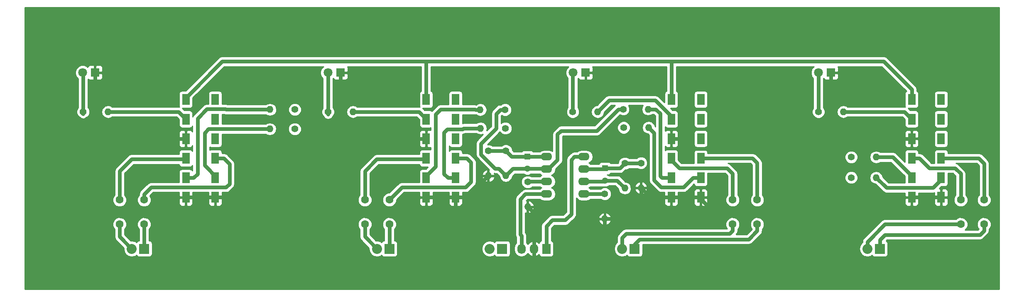
<source format=gbr>
G04 #@! TF.FileFunction,Copper,L2,Bot,Signal*
%FSLAX46Y46*%
G04 Gerber Fmt 4.6, Leading zero omitted, Abs format (unit mm)*
G04 Created by KiCad (PCBNEW 4.0.7) date Sunday 08 October 2017 21:21:43*
%MOMM*%
%LPD*%
G01*
G04 APERTURE LIST*
%ADD10C,0.100000*%
%ADD11R,2.032000X2.032000*%
%ADD12O,2.032000X2.032000*%
%ADD13R,1.727200X2.032000*%
%ADD14O,1.727200X2.032000*%
%ADD15R,1.300000X1.300000*%
%ADD16C,1.300000*%
%ADD17O,2.300000X1.600000*%
%ADD18R,1.800000X1.800000*%
%ADD19C,1.800000*%
%ADD20C,1.600000*%
%ADD21C,1.400000*%
%ADD22O,1.400000X1.400000*%
%ADD23R,1.524000X2.300000*%
%ADD24C,0.800000*%
%ADD25C,0.254000*%
G04 APERTURE END LIST*
D10*
D11*
X195000000Y-90000000D03*
D12*
X192460000Y-90000000D03*
D11*
X145000000Y-90000000D03*
D12*
X142460000Y-90000000D03*
D11*
X95000000Y-90000000D03*
D12*
X92460000Y-90000000D03*
D11*
X45000000Y-90000000D03*
D12*
X42460000Y-90000000D03*
D11*
X118000000Y-90000000D03*
D12*
X115460000Y-90000000D03*
D13*
X127000000Y-90000000D03*
D14*
X124460000Y-90000000D03*
X121920000Y-90000000D03*
D15*
X123125000Y-71150000D03*
D16*
X123125000Y-73650000D03*
D15*
X138975000Y-73550000D03*
D16*
X138975000Y-76050000D03*
D17*
X127060000Y-71200000D03*
X127060000Y-73740000D03*
X127060000Y-76280000D03*
X127060000Y-78820000D03*
X134680000Y-78820000D03*
X134680000Y-76280000D03*
X134680000Y-73740000D03*
X134680000Y-71200000D03*
D18*
X185000000Y-54000000D03*
D19*
X182460000Y-54000000D03*
D18*
X135000000Y-54000000D03*
D19*
X132460000Y-54000000D03*
D18*
X85000000Y-54000000D03*
D19*
X82460000Y-54000000D03*
D18*
X35000000Y-54000000D03*
D19*
X32460000Y-54000000D03*
D20*
X216250000Y-80000000D03*
X216250000Y-85000000D03*
X211500000Y-80000000D03*
X211500000Y-85000000D03*
X170000000Y-80000000D03*
X170000000Y-85000000D03*
X165000000Y-80000000D03*
X165000000Y-85000000D03*
X95000000Y-80000000D03*
X95000000Y-85000000D03*
X90000000Y-80000000D03*
X90000000Y-85000000D03*
X45000000Y-80000000D03*
X45000000Y-85000000D03*
X40000000Y-80000000D03*
X40000000Y-85000000D03*
D21*
X182495000Y-62000000D03*
D22*
X187575000Y-62000000D03*
D21*
X132395000Y-62000000D03*
D22*
X137475000Y-62000000D03*
D21*
X82500000Y-62000000D03*
D22*
X87580000Y-62000000D03*
D21*
X32565000Y-62000000D03*
D22*
X37645000Y-62000000D03*
D21*
X189170000Y-71275000D03*
D22*
X194250000Y-71275000D03*
D21*
X189170000Y-75450000D03*
D22*
X194250000Y-75450000D03*
D21*
X142670000Y-61475000D03*
D22*
X147750000Y-61475000D03*
D21*
X142775000Y-65225000D03*
D22*
X147855000Y-65225000D03*
D21*
X118605000Y-61575000D03*
D22*
X113525000Y-61575000D03*
D21*
X118680000Y-65375000D03*
D22*
X113600000Y-65375000D03*
D21*
X75735000Y-61550000D03*
D22*
X70655000Y-61550000D03*
D21*
X75710000Y-65525000D03*
D22*
X70630000Y-65525000D03*
D21*
X123200000Y-76350000D03*
D22*
X123200000Y-81430000D03*
D21*
X118750000Y-69970000D03*
D22*
X118750000Y-75050000D03*
D21*
X115175000Y-70000000D03*
D22*
X115175000Y-75080000D03*
D21*
X138925000Y-78800000D03*
D22*
X138925000Y-83880000D03*
D21*
X143000000Y-72550000D03*
D22*
X143000000Y-77630000D03*
D21*
X146300000Y-72475000D03*
D22*
X146300000Y-77555000D03*
D23*
X207500000Y-79500000D03*
X201500000Y-79500000D03*
X207500000Y-75500000D03*
X201500000Y-75500000D03*
X207500000Y-71500000D03*
X201500000Y-71500000D03*
X207500000Y-67500000D03*
X201500000Y-67500000D03*
X207500000Y-63500000D03*
X201500000Y-63500000D03*
X207500000Y-59500000D03*
X201500000Y-59500000D03*
X158500000Y-79500000D03*
X152500000Y-79500000D03*
X158500000Y-75500000D03*
X152500000Y-75500000D03*
X158500000Y-71500000D03*
X152500000Y-71500000D03*
X158500000Y-67500000D03*
X152500000Y-67500000D03*
X158500000Y-63500000D03*
X152500000Y-63500000D03*
X158500000Y-59500000D03*
X152500000Y-59500000D03*
X108500000Y-79500000D03*
X102500000Y-79500000D03*
X108500000Y-75500000D03*
X102500000Y-75500000D03*
X108500000Y-71500000D03*
X102500000Y-71500000D03*
X108500000Y-67500000D03*
X102500000Y-67500000D03*
X108500000Y-63500000D03*
X102500000Y-63500000D03*
X108500000Y-59500000D03*
X102500000Y-59500000D03*
X59500000Y-79500000D03*
X53500000Y-79500000D03*
X59500000Y-75500000D03*
X53500000Y-75500000D03*
X59500000Y-71500000D03*
X53500000Y-71500000D03*
X59500000Y-67500000D03*
X53500000Y-67500000D03*
X59500000Y-63500000D03*
X53500000Y-63500000D03*
X59500000Y-59500000D03*
X53500000Y-59500000D03*
D24*
X183450000Y-82550000D02*
X185050000Y-80950000D01*
X185050000Y-80950000D02*
X185050000Y-67500000D01*
X161162000Y-82550000D02*
X183450000Y-82550000D01*
X158500000Y-79500000D02*
X158500000Y-79888000D01*
X158500000Y-79888000D02*
X161162000Y-82550000D01*
X137850000Y-93800000D02*
X138925000Y-92725000D01*
X138925000Y-92725000D02*
X138925000Y-83880000D01*
X126444000Y-93800000D02*
X137850000Y-93800000D01*
X124460000Y-90000000D02*
X124460000Y-91816000D01*
X124460000Y-91816000D02*
X126444000Y-93800000D01*
X123350000Y-93675000D02*
X124460000Y-92565000D01*
X124460000Y-92565000D02*
X124460000Y-90000000D01*
X109875000Y-93675000D02*
X123350000Y-93675000D01*
X108500000Y-92300000D02*
X109875000Y-93675000D01*
X108500000Y-79500000D02*
X108500000Y-92300000D01*
X201500000Y-79500000D02*
X207500000Y-79500000D01*
X185000000Y-54000000D02*
X185000000Y-67550000D01*
X185000000Y-67550000D02*
X185000000Y-68400000D01*
X201500000Y-67500000D02*
X185050000Y-67500000D01*
X185050000Y-67500000D02*
X185000000Y-67550000D01*
X185000000Y-68400000D02*
X183850001Y-69549999D01*
X183850001Y-69549999D02*
X156111999Y-69549999D01*
X154062000Y-67500000D02*
X152500000Y-67500000D01*
X156111999Y-69549999D02*
X154062000Y-67500000D01*
X82075000Y-79500000D02*
X85000000Y-76575000D01*
X85000000Y-76575000D02*
X85000000Y-66625000D01*
X59500000Y-79500000D02*
X82075000Y-79500000D01*
X146300000Y-82200000D02*
X144620000Y-83880000D01*
X144620000Y-83880000D02*
X138925000Y-83880000D01*
X146300000Y-77555000D02*
X146300000Y-82200000D01*
X124460000Y-90000000D02*
X124460000Y-82690000D01*
X124460000Y-82690000D02*
X123200000Y-81430000D01*
X108500000Y-79500000D02*
X110755000Y-79500000D01*
X110755000Y-79500000D02*
X115175000Y-75080000D01*
X146300000Y-77555000D02*
X148245000Y-79500000D01*
X148245000Y-79500000D02*
X152500000Y-79500000D01*
X152500000Y-79500000D02*
X158500000Y-79500000D01*
X85000000Y-66625000D02*
X85875000Y-67500000D01*
X85875000Y-67500000D02*
X102500000Y-67500000D01*
X85000000Y-54000000D02*
X85000000Y-66625000D01*
X35000000Y-54000000D02*
X35000000Y-65625000D01*
X35000000Y-65625000D02*
X36875000Y-67500000D01*
X36875000Y-67500000D02*
X41525000Y-67500000D01*
X41525000Y-67500000D02*
X53500000Y-67500000D01*
X102500000Y-79500000D02*
X108500000Y-79500000D01*
X59500000Y-79500000D02*
X53500000Y-79500000D01*
X182460000Y-54000000D02*
X182460000Y-61965000D01*
X182460000Y-61965000D02*
X182495000Y-62000000D01*
X132395000Y-62000000D02*
X132395000Y-54065000D01*
X132395000Y-54065000D02*
X132460000Y-54000000D01*
X82460000Y-54000000D02*
X82460000Y-61960000D01*
X82460000Y-61960000D02*
X82500000Y-62000000D01*
X82460000Y-62485000D02*
X82500000Y-62525000D01*
X32565000Y-62000000D02*
X32565000Y-54105000D01*
X32565000Y-54105000D02*
X32460000Y-54000000D01*
X32460000Y-62295000D02*
X32565000Y-62400000D01*
X60887000Y-51725000D02*
X102500000Y-51725000D01*
X102500000Y-51725000D02*
X152375000Y-51725000D01*
X102500000Y-59500000D02*
X102500000Y-51725000D01*
X152375000Y-51725000D02*
X195800000Y-51725000D01*
X152500000Y-59500000D02*
X152500000Y-51850000D01*
X152500000Y-51850000D02*
X152375000Y-51725000D01*
X53500000Y-59500000D02*
X53500000Y-59112000D01*
X53500000Y-59112000D02*
X60887000Y-51725000D01*
X201500000Y-57425000D02*
X201500000Y-59500000D01*
X195800000Y-51725000D02*
X201500000Y-57425000D01*
X128225000Y-84150000D02*
X127000000Y-85375000D01*
X127000000Y-85375000D02*
X127000000Y-88184000D01*
X130875000Y-84150000D02*
X128225000Y-84150000D01*
X132105000Y-82920000D02*
X130875000Y-84150000D01*
X132105000Y-71825000D02*
X132105000Y-82920000D01*
X134680000Y-71200000D02*
X132730000Y-71200000D01*
X132730000Y-71200000D02*
X132105000Y-71825000D01*
X127000000Y-90000000D02*
X127000000Y-88184000D01*
X121699999Y-79875001D02*
X121699999Y-87100000D01*
X121699999Y-87100000D02*
X121920000Y-87320001D01*
X121920000Y-87320001D02*
X121920000Y-90000000D01*
X127060000Y-78820000D02*
X122755000Y-78820000D01*
X122755000Y-78820000D02*
X121699999Y-79875001D01*
X118750000Y-69970000D02*
X115205000Y-69970000D01*
X115205000Y-69970000D02*
X115175000Y-70000000D01*
X123125000Y-71150000D02*
X119930000Y-71150000D01*
X119930000Y-71150000D02*
X118750000Y-69970000D01*
X127060000Y-71200000D02*
X123175000Y-71200000D01*
X123175000Y-71200000D02*
X123125000Y-71150000D01*
X129275000Y-66625000D02*
X129275000Y-71875000D01*
X129275000Y-71875000D02*
X127410000Y-73740000D01*
X127410000Y-73740000D02*
X127060000Y-73740000D01*
X130025000Y-65875000D02*
X129275000Y-66625000D01*
X137280051Y-65875000D02*
X130025000Y-65875000D01*
X142670000Y-61475000D02*
X141680051Y-61475000D01*
X141680051Y-61475000D02*
X137280051Y-65875000D01*
X118750000Y-75050000D02*
X117279999Y-73579999D01*
X117615051Y-61575000D02*
X118605000Y-61575000D01*
X117279999Y-73579999D02*
X116534997Y-73579999D01*
X116534997Y-73579999D02*
X113674999Y-70720001D01*
X113674999Y-70720001D02*
X113674999Y-68500001D01*
X113674999Y-68500001D02*
X116775000Y-65400000D01*
X116775000Y-65400000D02*
X116775000Y-62415051D01*
X116775000Y-62415051D02*
X117615051Y-61575000D01*
X123125000Y-73650000D02*
X120150000Y-73650000D01*
X120150000Y-73650000D02*
X118750000Y-75050000D01*
X123125000Y-73650000D02*
X126970000Y-73650000D01*
X126970000Y-73650000D02*
X127060000Y-73740000D01*
X143000000Y-72550000D02*
X146225000Y-72550000D01*
X146225000Y-72550000D02*
X146300000Y-72475000D01*
X138975000Y-73550000D02*
X142000000Y-73550000D01*
X142000000Y-73550000D02*
X143000000Y-72550000D01*
X134680000Y-73740000D02*
X138785000Y-73740000D01*
X138785000Y-73740000D02*
X138975000Y-73550000D01*
X138975000Y-76050000D02*
X141420000Y-76050000D01*
X141420000Y-76050000D02*
X143000000Y-77630000D01*
X134680000Y-76280000D02*
X138745000Y-76280000D01*
X138745000Y-76280000D02*
X138975000Y-76050000D01*
X127060000Y-76280000D02*
X123270000Y-76280000D01*
X123270000Y-76280000D02*
X123200000Y-76350000D01*
X134680000Y-78820000D02*
X138905000Y-78820000D01*
X138905000Y-78820000D02*
X138925000Y-78800000D01*
X111650000Y-72350000D02*
X110800000Y-71500000D01*
X110800000Y-71500000D02*
X108500000Y-71500000D01*
X111650000Y-76325002D02*
X111650000Y-72350000D01*
X110525001Y-77450001D02*
X111650000Y-76325002D01*
X95000000Y-80000000D02*
X97549999Y-77450001D01*
X97549999Y-77450001D02*
X110525001Y-77450001D01*
X170000000Y-72450000D02*
X169050000Y-71500000D01*
X169050000Y-71500000D02*
X158500000Y-71500000D01*
X170000000Y-80000000D02*
X170000000Y-72450000D01*
X90000000Y-80000000D02*
X90000000Y-74150000D01*
X90000000Y-74150000D02*
X92440000Y-71710000D01*
X92440000Y-71710000D02*
X102290000Y-71710000D01*
X102290000Y-71710000D02*
X102500000Y-71500000D01*
X40000000Y-80000000D02*
X40000000Y-74150000D01*
X40000000Y-74150000D02*
X42440000Y-71710000D01*
X42440000Y-71710000D02*
X53290000Y-71710000D01*
X53290000Y-71710000D02*
X53500000Y-71500000D01*
X201500000Y-71500000D02*
X203062000Y-71500000D01*
X210374999Y-73549999D02*
X211500000Y-74675000D01*
X203062000Y-71500000D02*
X205111999Y-73549999D01*
X205111999Y-73549999D02*
X210374999Y-73549999D01*
X211500000Y-74675000D02*
X211500000Y-80000000D01*
X165000000Y-80000000D02*
X165000000Y-74650000D01*
X165000000Y-74650000D02*
X163899999Y-73549999D01*
X163899999Y-73549999D02*
X154161999Y-73549999D01*
X154161999Y-73549999D02*
X152500000Y-71888000D01*
X152500000Y-71888000D02*
X152500000Y-71500000D01*
X215175000Y-71500000D02*
X216250000Y-72575000D01*
X216250000Y-72575000D02*
X216250000Y-80000000D01*
X207500000Y-71500000D02*
X215175000Y-71500000D01*
X59500000Y-71500000D02*
X61250000Y-71500000D01*
X62425000Y-72700000D02*
X61250000Y-71525000D01*
X61250000Y-71525000D02*
X61250000Y-71500000D01*
X62425000Y-76725000D02*
X62425000Y-72700000D01*
X61699999Y-77450001D02*
X62425000Y-76725000D01*
X45000000Y-80000000D02*
X45000000Y-78868630D01*
X45000000Y-78868630D02*
X46418629Y-77450001D01*
X46418629Y-77450001D02*
X61699999Y-77450001D01*
X187575000Y-62000000D02*
X200000000Y-62000000D01*
X200000000Y-62000000D02*
X201500000Y-63500000D01*
X152500000Y-63500000D02*
X152500000Y-62952930D01*
X152500000Y-62952930D02*
X149197070Y-59650000D01*
X139825000Y-59650000D02*
X137475000Y-62000000D01*
X149197070Y-59650000D02*
X139825000Y-59650000D01*
X87580000Y-62000000D02*
X101000000Y-62000000D01*
X101000000Y-62000000D02*
X102500000Y-63500000D01*
X37645000Y-62000000D02*
X52000000Y-62000000D01*
X52000000Y-62000000D02*
X53500000Y-63500000D01*
X52400000Y-62400000D02*
X53500000Y-63500000D01*
X201500000Y-75500000D02*
X201500000Y-75112000D01*
X201500000Y-75112000D02*
X197663000Y-71275000D01*
X197663000Y-71275000D02*
X196925000Y-71275000D01*
X194250000Y-71275000D02*
X196925000Y-71275000D01*
X194250000Y-75450000D02*
X196349999Y-77549999D01*
X196349999Y-77549999D02*
X205838001Y-77549999D01*
X205838001Y-77549999D02*
X207500000Y-75888000D01*
X207500000Y-75888000D02*
X207500000Y-75500000D01*
X150225000Y-62375000D02*
X150225000Y-75125000D01*
X150225000Y-75125000D02*
X150600000Y-75500000D01*
X149325000Y-61475000D02*
X150225000Y-62375000D01*
X147750000Y-61475000D02*
X149325000Y-61475000D01*
X150600000Y-75500000D02*
X152500000Y-75500000D01*
X149000000Y-76025000D02*
X150425001Y-77450001D01*
X150425001Y-77450001D02*
X154987999Y-77450001D01*
X154987999Y-77450001D02*
X156938000Y-75500000D01*
X156938000Y-75500000D02*
X158500000Y-75500000D01*
X149000000Y-66370000D02*
X149000000Y-76025000D01*
X147855000Y-65225000D02*
X149000000Y-66370000D01*
X158500000Y-75888000D02*
X158500000Y-75500000D01*
X104425000Y-62550000D02*
X105425001Y-61549999D01*
X105425001Y-61549999D02*
X112510050Y-61549999D01*
X112510050Y-61549999D02*
X112535051Y-61575000D01*
X112535051Y-61575000D02*
X113525000Y-61575000D01*
X104425000Y-73187000D02*
X104425000Y-62550000D01*
X102500000Y-75500000D02*
X102500000Y-75112000D01*
X102500000Y-75112000D02*
X104425000Y-73187000D01*
X113600000Y-65375000D02*
X110077000Y-65375000D01*
X106150000Y-74712000D02*
X106938000Y-75500000D01*
X110077000Y-65375000D02*
X109902001Y-65549999D01*
X109902001Y-65549999D02*
X106825001Y-65549999D01*
X106150000Y-66225000D02*
X106150000Y-74712000D01*
X106825001Y-65549999D02*
X106150000Y-66225000D01*
X106938000Y-75500000D02*
X108500000Y-75500000D01*
X57777999Y-61450001D02*
X61575000Y-61450001D01*
X61575000Y-61450001D02*
X61674999Y-61550000D01*
X61674999Y-61550000D02*
X70655000Y-61550000D01*
X53500000Y-75500000D02*
X55062000Y-75500000D01*
X55062000Y-75500000D02*
X55875000Y-74687000D01*
X55875000Y-74687000D02*
X55875000Y-63353000D01*
X55875000Y-63353000D02*
X57777999Y-61450001D01*
X59500000Y-75112000D02*
X57350000Y-72962000D01*
X57350000Y-72962000D02*
X57350000Y-66297998D01*
X57350000Y-66297998D02*
X58122998Y-65525000D01*
X58122998Y-65525000D02*
X69640051Y-65525000D01*
X69640051Y-65525000D02*
X70630000Y-65525000D01*
X59500000Y-75112000D02*
X59500000Y-75500000D01*
X59500000Y-75112000D02*
X57937999Y-73549999D01*
X215400000Y-87150000D02*
X216250000Y-86300000D01*
X216250000Y-86300000D02*
X216250000Y-85000000D01*
X196034000Y-87150000D02*
X215400000Y-87150000D01*
X195000000Y-90000000D02*
X195000000Y-88184000D01*
X195000000Y-88184000D02*
X196034000Y-87150000D01*
X192460000Y-90000000D02*
X192460000Y-88563160D01*
X192460000Y-88563160D02*
X196023160Y-85000000D01*
X196023160Y-85000000D02*
X211500000Y-85000000D01*
X168249990Y-88100010D02*
X170000000Y-86350000D01*
X170000000Y-86350000D02*
X170000000Y-85000000D01*
X145000000Y-89075000D02*
X145974990Y-88100010D01*
X145974990Y-88100010D02*
X168249990Y-88100010D01*
X145000000Y-90000000D02*
X145000000Y-89075000D01*
X142460000Y-90000000D02*
X142460000Y-87715000D01*
X142460000Y-87715000D02*
X143275000Y-86900000D01*
X143275000Y-86900000D02*
X164400000Y-86900000D01*
X164400000Y-86900000D02*
X165000000Y-86300000D01*
X165000000Y-86300000D02*
X165000000Y-85000000D01*
X95000000Y-90000000D02*
X95000000Y-85000000D01*
X90000000Y-85000000D02*
X90000000Y-87540000D01*
X90000000Y-87540000D02*
X92460000Y-90000000D01*
X92440000Y-89980000D02*
X92460000Y-90000000D01*
X45000000Y-85000000D02*
X45000000Y-90000000D01*
X40000000Y-85000000D02*
X40000000Y-87540000D01*
X40000000Y-87540000D02*
X42460000Y-90000000D01*
X42440000Y-89980000D02*
X42460000Y-90000000D01*
D25*
G36*
X219290000Y-98290000D02*
X20710000Y-98290000D01*
X20710000Y-85284187D01*
X38564752Y-85284187D01*
X38782757Y-85811800D01*
X38965000Y-85994361D01*
X38965000Y-87539995D01*
X38964999Y-87540000D01*
X39043785Y-87936077D01*
X39268144Y-88271856D01*
X40834707Y-89838418D01*
X40809000Y-89967655D01*
X40809000Y-90032345D01*
X40934675Y-90664155D01*
X41292567Y-91199778D01*
X41828190Y-91557670D01*
X42460000Y-91683345D01*
X43091810Y-91557670D01*
X43431792Y-91330501D01*
X43519910Y-91467441D01*
X43732110Y-91612431D01*
X43984000Y-91663440D01*
X46016000Y-91663440D01*
X46251317Y-91619162D01*
X46467441Y-91480090D01*
X46612431Y-91267890D01*
X46663440Y-91016000D01*
X46663440Y-88984000D01*
X46619162Y-88748683D01*
X46480090Y-88532559D01*
X46267890Y-88387569D01*
X46035000Y-88340408D01*
X46035000Y-85994432D01*
X46215824Y-85813923D01*
X46434750Y-85286691D01*
X46434752Y-85284187D01*
X88564752Y-85284187D01*
X88782757Y-85811800D01*
X88965000Y-85994361D01*
X88965000Y-87539995D01*
X88964999Y-87540000D01*
X89043785Y-87936077D01*
X89268144Y-88271856D01*
X90834707Y-89838418D01*
X90809000Y-89967655D01*
X90809000Y-90032345D01*
X90934675Y-90664155D01*
X91292567Y-91199778D01*
X91828190Y-91557670D01*
X92460000Y-91683345D01*
X93091810Y-91557670D01*
X93431792Y-91330501D01*
X93519910Y-91467441D01*
X93732110Y-91612431D01*
X93984000Y-91663440D01*
X96016000Y-91663440D01*
X96251317Y-91619162D01*
X96467441Y-91480090D01*
X96612431Y-91267890D01*
X96663440Y-91016000D01*
X96663440Y-89967655D01*
X113809000Y-89967655D01*
X113809000Y-90032345D01*
X113934675Y-90664155D01*
X114292567Y-91199778D01*
X114828190Y-91557670D01*
X115460000Y-91683345D01*
X116091810Y-91557670D01*
X116431792Y-91330501D01*
X116519910Y-91467441D01*
X116732110Y-91612431D01*
X116984000Y-91663440D01*
X119016000Y-91663440D01*
X119251317Y-91619162D01*
X119467441Y-91480090D01*
X119612431Y-91267890D01*
X119663440Y-91016000D01*
X119663440Y-88984000D01*
X119619162Y-88748683D01*
X119480090Y-88532559D01*
X119267890Y-88387569D01*
X119016000Y-88336560D01*
X116984000Y-88336560D01*
X116748683Y-88380838D01*
X116532559Y-88519910D01*
X116430802Y-88668837D01*
X116091810Y-88442330D01*
X115460000Y-88316655D01*
X114828190Y-88442330D01*
X114292567Y-88800222D01*
X113934675Y-89335845D01*
X113809000Y-89967655D01*
X96663440Y-89967655D01*
X96663440Y-88984000D01*
X96619162Y-88748683D01*
X96480090Y-88532559D01*
X96267890Y-88387569D01*
X96035000Y-88340408D01*
X96035000Y-85994432D01*
X96215824Y-85813923D01*
X96434750Y-85286691D01*
X96435248Y-84715813D01*
X96217243Y-84188200D01*
X95813923Y-83784176D01*
X95286691Y-83565250D01*
X94715813Y-83564752D01*
X94188200Y-83782757D01*
X93784176Y-84186077D01*
X93565250Y-84713309D01*
X93564752Y-85284187D01*
X93782757Y-85811800D01*
X93965000Y-85994361D01*
X93965000Y-88340135D01*
X93748683Y-88380838D01*
X93532559Y-88519910D01*
X93430802Y-88668837D01*
X93091810Y-88442330D01*
X92460000Y-88316655D01*
X92276806Y-88353095D01*
X91035000Y-87111288D01*
X91035000Y-85994432D01*
X91215824Y-85813923D01*
X91434750Y-85286691D01*
X91435248Y-84715813D01*
X91217243Y-84188200D01*
X90813923Y-83784176D01*
X90286691Y-83565250D01*
X89715813Y-83564752D01*
X89188200Y-83782757D01*
X88784176Y-84186077D01*
X88565250Y-84713309D01*
X88564752Y-85284187D01*
X46434752Y-85284187D01*
X46435248Y-84715813D01*
X46217243Y-84188200D01*
X45813923Y-83784176D01*
X45286691Y-83565250D01*
X44715813Y-83564752D01*
X44188200Y-83782757D01*
X43784176Y-84186077D01*
X43565250Y-84713309D01*
X43564752Y-85284187D01*
X43782757Y-85811800D01*
X43965000Y-85994361D01*
X43965000Y-88340135D01*
X43748683Y-88380838D01*
X43532559Y-88519910D01*
X43430802Y-88668837D01*
X43091810Y-88442330D01*
X42460000Y-88316655D01*
X42276806Y-88353095D01*
X41035000Y-87111288D01*
X41035000Y-85994432D01*
X41215824Y-85813923D01*
X41434750Y-85286691D01*
X41435248Y-84715813D01*
X41217243Y-84188200D01*
X40813923Y-83784176D01*
X40286691Y-83565250D01*
X39715813Y-83564752D01*
X39188200Y-83782757D01*
X38784176Y-84186077D01*
X38565250Y-84713309D01*
X38564752Y-85284187D01*
X20710000Y-85284187D01*
X20710000Y-67785750D01*
X52103000Y-67785750D01*
X52103000Y-68776310D01*
X52199673Y-69009699D01*
X52378302Y-69188327D01*
X52611691Y-69285000D01*
X53214250Y-69285000D01*
X53373000Y-69126250D01*
X53373000Y-67627000D01*
X52261750Y-67627000D01*
X52103000Y-67785750D01*
X20710000Y-67785750D01*
X20710000Y-66223690D01*
X52103000Y-66223690D01*
X52103000Y-67214250D01*
X52261750Y-67373000D01*
X53373000Y-67373000D01*
X53373000Y-65873750D01*
X53214250Y-65715000D01*
X52611691Y-65715000D01*
X52378302Y-65811673D01*
X52199673Y-65990301D01*
X52103000Y-66223690D01*
X20710000Y-66223690D01*
X20710000Y-54303991D01*
X30924735Y-54303991D01*
X31157932Y-54868371D01*
X31530000Y-55241090D01*
X31530000Y-61146865D01*
X31433902Y-61242796D01*
X31230232Y-61733287D01*
X31229769Y-62264383D01*
X31432582Y-62755229D01*
X31807796Y-63131098D01*
X31871763Y-63157660D01*
X32168922Y-63356215D01*
X32565000Y-63435000D01*
X32961077Y-63356215D01*
X33256771Y-63158638D01*
X33320229Y-63132418D01*
X33696098Y-62757204D01*
X33899768Y-62266713D01*
X33900000Y-62000000D01*
X36283846Y-62000000D01*
X36385467Y-62510882D01*
X36674858Y-62943988D01*
X37107964Y-63233379D01*
X37618846Y-63335000D01*
X37671154Y-63335000D01*
X38182036Y-63233379D01*
X38478932Y-63035000D01*
X51571288Y-63035000D01*
X52090560Y-63554272D01*
X52090560Y-64650000D01*
X52134838Y-64885317D01*
X52273910Y-65101441D01*
X52486110Y-65246431D01*
X52738000Y-65297440D01*
X54262000Y-65297440D01*
X54497317Y-65253162D01*
X54713441Y-65114090D01*
X54840000Y-64928865D01*
X54840000Y-66086080D01*
X54800327Y-65990301D01*
X54621698Y-65811673D01*
X54388309Y-65715000D01*
X53785750Y-65715000D01*
X53627000Y-65873750D01*
X53627000Y-67373000D01*
X53647000Y-67373000D01*
X53647000Y-67627000D01*
X53627000Y-67627000D01*
X53627000Y-69126250D01*
X53785750Y-69285000D01*
X54388309Y-69285000D01*
X54621698Y-69188327D01*
X54800327Y-69009699D01*
X54840000Y-68913920D01*
X54840000Y-70075580D01*
X54726090Y-69898559D01*
X54513890Y-69753569D01*
X54262000Y-69702560D01*
X52738000Y-69702560D01*
X52502683Y-69746838D01*
X52286559Y-69885910D01*
X52141569Y-70098110D01*
X52090560Y-70350000D01*
X52090560Y-70675000D01*
X42440005Y-70675000D01*
X42440000Y-70674999D01*
X42043923Y-70753785D01*
X41708144Y-70978144D01*
X41708142Y-70978147D01*
X39268144Y-73418144D01*
X39043785Y-73753923D01*
X38964999Y-74150000D01*
X38965000Y-74150005D01*
X38965000Y-79005568D01*
X38784176Y-79186077D01*
X38565250Y-79713309D01*
X38564752Y-80284187D01*
X38782757Y-80811800D01*
X39186077Y-81215824D01*
X39713309Y-81434750D01*
X40284187Y-81435248D01*
X40811800Y-81217243D01*
X41215824Y-80813923D01*
X41434750Y-80286691D01*
X41435248Y-79715813D01*
X41217243Y-79188200D01*
X41035000Y-79005639D01*
X41035000Y-74578712D01*
X42868711Y-72745000D01*
X52108436Y-72745000D01*
X52134838Y-72885317D01*
X52273910Y-73101441D01*
X52486110Y-73246431D01*
X52738000Y-73297440D01*
X54262000Y-73297440D01*
X54497317Y-73253162D01*
X54713441Y-73114090D01*
X54840000Y-72928865D01*
X54840000Y-74075580D01*
X54726090Y-73898559D01*
X54513890Y-73753569D01*
X54262000Y-73702560D01*
X52738000Y-73702560D01*
X52502683Y-73746838D01*
X52286559Y-73885910D01*
X52141569Y-74098110D01*
X52090560Y-74350000D01*
X52090560Y-76415001D01*
X46418629Y-76415001D01*
X46022551Y-76493786D01*
X45891880Y-76581098D01*
X45686773Y-76718145D01*
X45686771Y-76718148D01*
X44268144Y-78136774D01*
X44043785Y-78472553D01*
X43964999Y-78868630D01*
X43965000Y-78868635D01*
X43965000Y-79005568D01*
X43784176Y-79186077D01*
X43565250Y-79713309D01*
X43564752Y-80284187D01*
X43782757Y-80811800D01*
X44186077Y-81215824D01*
X44713309Y-81434750D01*
X45284187Y-81435248D01*
X45811800Y-81217243D01*
X46215824Y-80813923D01*
X46434750Y-80286691D01*
X46435186Y-79785750D01*
X52103000Y-79785750D01*
X52103000Y-80776310D01*
X52199673Y-81009699D01*
X52378302Y-81188327D01*
X52611691Y-81285000D01*
X53214250Y-81285000D01*
X53373000Y-81126250D01*
X53373000Y-79627000D01*
X53627000Y-79627000D01*
X53627000Y-81126250D01*
X53785750Y-81285000D01*
X54388309Y-81285000D01*
X54621698Y-81188327D01*
X54800327Y-81009699D01*
X54897000Y-80776310D01*
X54897000Y-79785750D01*
X58103000Y-79785750D01*
X58103000Y-80776310D01*
X58199673Y-81009699D01*
X58378302Y-81188327D01*
X58611691Y-81285000D01*
X59214250Y-81285000D01*
X59373000Y-81126250D01*
X59373000Y-79627000D01*
X59627000Y-79627000D01*
X59627000Y-81126250D01*
X59785750Y-81285000D01*
X60388309Y-81285000D01*
X60621698Y-81188327D01*
X60800327Y-81009699D01*
X60897000Y-80776310D01*
X60897000Y-79785750D01*
X60738250Y-79627000D01*
X59627000Y-79627000D01*
X59373000Y-79627000D01*
X58261750Y-79627000D01*
X58103000Y-79785750D01*
X54897000Y-79785750D01*
X54738250Y-79627000D01*
X53627000Y-79627000D01*
X53373000Y-79627000D01*
X52261750Y-79627000D01*
X52103000Y-79785750D01*
X46435186Y-79785750D01*
X46435248Y-79715813D01*
X46217243Y-79188200D01*
X46180724Y-79151617D01*
X46847340Y-78485001D01*
X52103000Y-78485001D01*
X52103000Y-79214250D01*
X52261750Y-79373000D01*
X53373000Y-79373000D01*
X53373000Y-79353000D01*
X53627000Y-79353000D01*
X53627000Y-79373000D01*
X54738250Y-79373000D01*
X54897000Y-79214250D01*
X54897000Y-78485001D01*
X58103000Y-78485001D01*
X58103000Y-79214250D01*
X58261750Y-79373000D01*
X59373000Y-79373000D01*
X59373000Y-79353000D01*
X59627000Y-79353000D01*
X59627000Y-79373000D01*
X60738250Y-79373000D01*
X60897000Y-79214250D01*
X60897000Y-78485001D01*
X61699994Y-78485001D01*
X61699999Y-78485002D01*
X62096076Y-78406216D01*
X62431855Y-78181857D01*
X63156853Y-77456858D01*
X63156856Y-77456856D01*
X63368568Y-77140005D01*
X63381215Y-77121078D01*
X63460001Y-76725000D01*
X63460000Y-76724995D01*
X63460000Y-72700005D01*
X63460001Y-72700000D01*
X63381215Y-72303923D01*
X63349766Y-72256856D01*
X63156856Y-71968144D01*
X63156853Y-71968142D01*
X62032197Y-70843485D01*
X61981856Y-70768144D01*
X61646077Y-70543785D01*
X61250000Y-70465000D01*
X60909440Y-70465000D01*
X60909440Y-70350000D01*
X60865162Y-70114683D01*
X60726090Y-69898559D01*
X60513890Y-69753569D01*
X60262000Y-69702560D01*
X58738000Y-69702560D01*
X58502683Y-69746838D01*
X58385000Y-69822565D01*
X58385000Y-69177346D01*
X58486110Y-69246431D01*
X58738000Y-69297440D01*
X60262000Y-69297440D01*
X60497317Y-69253162D01*
X60713441Y-69114090D01*
X60858431Y-68901890D01*
X60909440Y-68650000D01*
X60909440Y-67785750D01*
X101103000Y-67785750D01*
X101103000Y-68776310D01*
X101199673Y-69009699D01*
X101378302Y-69188327D01*
X101611691Y-69285000D01*
X102214250Y-69285000D01*
X102373000Y-69126250D01*
X102373000Y-67627000D01*
X101261750Y-67627000D01*
X101103000Y-67785750D01*
X60909440Y-67785750D01*
X60909440Y-66560000D01*
X69796068Y-66560000D01*
X70092964Y-66758379D01*
X70603846Y-66860000D01*
X70656154Y-66860000D01*
X71167036Y-66758379D01*
X71600142Y-66468988D01*
X71889533Y-66035882D01*
X71938564Y-65789383D01*
X74374769Y-65789383D01*
X74577582Y-66280229D01*
X74952796Y-66656098D01*
X75443287Y-66859768D01*
X75974383Y-66860231D01*
X76465229Y-66657418D01*
X76841098Y-66282204D01*
X76865395Y-66223690D01*
X101103000Y-66223690D01*
X101103000Y-67214250D01*
X101261750Y-67373000D01*
X102373000Y-67373000D01*
X102373000Y-65873750D01*
X102214250Y-65715000D01*
X101611691Y-65715000D01*
X101378302Y-65811673D01*
X101199673Y-65990301D01*
X101103000Y-66223690D01*
X76865395Y-66223690D01*
X77044768Y-65791713D01*
X77045231Y-65260617D01*
X76842418Y-64769771D01*
X76467204Y-64393902D01*
X75976713Y-64190232D01*
X75445617Y-64189769D01*
X74954771Y-64392582D01*
X74578902Y-64767796D01*
X74375232Y-65258287D01*
X74374769Y-65789383D01*
X71938564Y-65789383D01*
X71991154Y-65525000D01*
X71889533Y-65014118D01*
X71600142Y-64581012D01*
X71167036Y-64291621D01*
X70656154Y-64190000D01*
X70603846Y-64190000D01*
X70092964Y-64291621D01*
X69796068Y-64490000D01*
X60909440Y-64490000D01*
X60909440Y-62485001D01*
X61247173Y-62485001D01*
X61278922Y-62506215D01*
X61674999Y-62585001D01*
X61675004Y-62585000D01*
X69821068Y-62585000D01*
X70117964Y-62783379D01*
X70628846Y-62885000D01*
X70681154Y-62885000D01*
X71192036Y-62783379D01*
X71625142Y-62493988D01*
X71914533Y-62060882D01*
X71963564Y-61814383D01*
X74399769Y-61814383D01*
X74602582Y-62305229D01*
X74977796Y-62681098D01*
X75468287Y-62884768D01*
X75999383Y-62885231D01*
X76490229Y-62682418D01*
X76866098Y-62307204D01*
X77069768Y-61816713D01*
X77070231Y-61285617D01*
X76867418Y-60794771D01*
X76492204Y-60418902D01*
X76001713Y-60215232D01*
X75470617Y-60214769D01*
X74979771Y-60417582D01*
X74603902Y-60792796D01*
X74400232Y-61283287D01*
X74399769Y-61814383D01*
X71963564Y-61814383D01*
X72016154Y-61550000D01*
X71914533Y-61039118D01*
X71625142Y-60606012D01*
X71192036Y-60316621D01*
X70681154Y-60215000D01*
X70628846Y-60215000D01*
X70117964Y-60316621D01*
X69821068Y-60515000D01*
X62002826Y-60515000D01*
X61971077Y-60493786D01*
X61575000Y-60415000D01*
X61574995Y-60415001D01*
X60909440Y-60415001D01*
X60909440Y-58350000D01*
X60865162Y-58114683D01*
X60726090Y-57898559D01*
X60513890Y-57753569D01*
X60262000Y-57702560D01*
X58738000Y-57702560D01*
X58502683Y-57746838D01*
X58286559Y-57885910D01*
X58141569Y-58098110D01*
X58090560Y-58350000D01*
X58090560Y-60415001D01*
X57778004Y-60415001D01*
X57777999Y-60415000D01*
X57381922Y-60493786D01*
X57046143Y-60718145D01*
X55143144Y-62621144D01*
X54918785Y-62956923D01*
X54909440Y-63003903D01*
X54909440Y-62350000D01*
X54865162Y-62114683D01*
X54726090Y-61898559D01*
X54513890Y-61753569D01*
X54262000Y-61702560D01*
X53166272Y-61702560D01*
X52761152Y-61297440D01*
X54262000Y-61297440D01*
X54497317Y-61253162D01*
X54713441Y-61114090D01*
X54858431Y-60901890D01*
X54909440Y-60650000D01*
X54909440Y-59166272D01*
X61315711Y-52760000D01*
X81529452Y-52760000D01*
X81159449Y-53129357D01*
X80925267Y-53693330D01*
X80924735Y-54303991D01*
X81157932Y-54868371D01*
X81425000Y-55135906D01*
X81425000Y-61186796D01*
X81368902Y-61242796D01*
X81165232Y-61733287D01*
X81164769Y-62264383D01*
X81367582Y-62755229D01*
X81525190Y-62913112D01*
X81728144Y-63216856D01*
X81768145Y-63256856D01*
X82103923Y-63481215D01*
X82500000Y-63560001D01*
X82896078Y-63481215D01*
X83231856Y-63256856D01*
X83434736Y-62953224D01*
X83631098Y-62757204D01*
X83834768Y-62266713D01*
X83835231Y-61735617D01*
X83632418Y-61244771D01*
X83495000Y-61107113D01*
X83495000Y-55135730D01*
X83505841Y-55124908D01*
X83561673Y-55259699D01*
X83740302Y-55438327D01*
X83973691Y-55535000D01*
X84714250Y-55535000D01*
X84873000Y-55376250D01*
X84873000Y-54127000D01*
X85127000Y-54127000D01*
X85127000Y-55376250D01*
X85285750Y-55535000D01*
X86026309Y-55535000D01*
X86259698Y-55438327D01*
X86438327Y-55259699D01*
X86535000Y-55026310D01*
X86535000Y-54285750D01*
X86376250Y-54127000D01*
X85127000Y-54127000D01*
X84873000Y-54127000D01*
X84853000Y-54127000D01*
X84853000Y-53873000D01*
X84873000Y-53873000D01*
X84873000Y-53853000D01*
X85127000Y-53853000D01*
X85127000Y-53873000D01*
X86376250Y-53873000D01*
X86535000Y-53714250D01*
X86535000Y-52973690D01*
X86446487Y-52760000D01*
X101465000Y-52760000D01*
X101465000Y-57771086D01*
X101286559Y-57885910D01*
X101141569Y-58098110D01*
X101090560Y-58350000D01*
X101090560Y-60650000D01*
X101134838Y-60885317D01*
X101213431Y-61007454D01*
X101000000Y-60964999D01*
X100999995Y-60965000D01*
X88413932Y-60965000D01*
X88117036Y-60766621D01*
X87606154Y-60665000D01*
X87553846Y-60665000D01*
X87042964Y-60766621D01*
X86609858Y-61056012D01*
X86320467Y-61489118D01*
X86218846Y-62000000D01*
X86320467Y-62510882D01*
X86609858Y-62943988D01*
X87042964Y-63233379D01*
X87553846Y-63335000D01*
X87606154Y-63335000D01*
X88117036Y-63233379D01*
X88413932Y-63035000D01*
X100571288Y-63035000D01*
X101090560Y-63554271D01*
X101090560Y-64650000D01*
X101134838Y-64885317D01*
X101273910Y-65101441D01*
X101486110Y-65246431D01*
X101738000Y-65297440D01*
X103262000Y-65297440D01*
X103390000Y-65273355D01*
X103390000Y-65715700D01*
X103388309Y-65715000D01*
X102785750Y-65715000D01*
X102627000Y-65873750D01*
X102627000Y-67373000D01*
X102647000Y-67373000D01*
X102647000Y-67627000D01*
X102627000Y-67627000D01*
X102627000Y-69126250D01*
X102785750Y-69285000D01*
X103388309Y-69285000D01*
X103390000Y-69284300D01*
X103390000Y-69728481D01*
X103262000Y-69702560D01*
X101738000Y-69702560D01*
X101502683Y-69746838D01*
X101286559Y-69885910D01*
X101141569Y-70098110D01*
X101090560Y-70350000D01*
X101090560Y-70675000D01*
X92440005Y-70675000D01*
X92440000Y-70674999D01*
X92043923Y-70753785D01*
X91708144Y-70978144D01*
X91708142Y-70978147D01*
X89268144Y-73418144D01*
X89043785Y-73753923D01*
X88964999Y-74150000D01*
X88965000Y-74150005D01*
X88965000Y-79005568D01*
X88784176Y-79186077D01*
X88565250Y-79713309D01*
X88564752Y-80284187D01*
X88782757Y-80811800D01*
X89186077Y-81215824D01*
X89713309Y-81434750D01*
X90284187Y-81435248D01*
X90811800Y-81217243D01*
X91215824Y-80813923D01*
X91434750Y-80286691D01*
X91435248Y-79715813D01*
X91217243Y-79188200D01*
X91035000Y-79005639D01*
X91035000Y-74578712D01*
X92868711Y-72745000D01*
X101108436Y-72745000D01*
X101134838Y-72885317D01*
X101273910Y-73101441D01*
X101486110Y-73246431D01*
X101738000Y-73297440D01*
X102850849Y-73297440D01*
X102445728Y-73702560D01*
X101738000Y-73702560D01*
X101502683Y-73746838D01*
X101286559Y-73885910D01*
X101141569Y-74098110D01*
X101090560Y-74350000D01*
X101090560Y-76415001D01*
X97550004Y-76415001D01*
X97549999Y-76415000D01*
X97153922Y-76493786D01*
X96818143Y-76718145D01*
X96818141Y-76718148D01*
X94971313Y-78564975D01*
X94715813Y-78564752D01*
X94188200Y-78782757D01*
X93784176Y-79186077D01*
X93565250Y-79713309D01*
X93564752Y-80284187D01*
X93782757Y-80811800D01*
X94186077Y-81215824D01*
X94713309Y-81434750D01*
X95284187Y-81435248D01*
X95811800Y-81217243D01*
X96215824Y-80813923D01*
X96434750Y-80286691D01*
X96434975Y-80028737D01*
X96677961Y-79785750D01*
X101103000Y-79785750D01*
X101103000Y-80776310D01*
X101199673Y-81009699D01*
X101378302Y-81188327D01*
X101611691Y-81285000D01*
X102214250Y-81285000D01*
X102373000Y-81126250D01*
X102373000Y-79627000D01*
X102627000Y-79627000D01*
X102627000Y-81126250D01*
X102785750Y-81285000D01*
X103388309Y-81285000D01*
X103621698Y-81188327D01*
X103800327Y-81009699D01*
X103897000Y-80776310D01*
X103897000Y-79785750D01*
X107103000Y-79785750D01*
X107103000Y-80776310D01*
X107199673Y-81009699D01*
X107378302Y-81188327D01*
X107611691Y-81285000D01*
X108214250Y-81285000D01*
X108373000Y-81126250D01*
X108373000Y-79627000D01*
X108627000Y-79627000D01*
X108627000Y-81126250D01*
X108785750Y-81285000D01*
X109388309Y-81285000D01*
X109621698Y-81188327D01*
X109800327Y-81009699D01*
X109897000Y-80776310D01*
X109897000Y-79785750D01*
X109738250Y-79627000D01*
X108627000Y-79627000D01*
X108373000Y-79627000D01*
X107261750Y-79627000D01*
X107103000Y-79785750D01*
X103897000Y-79785750D01*
X103738250Y-79627000D01*
X102627000Y-79627000D01*
X102373000Y-79627000D01*
X101261750Y-79627000D01*
X101103000Y-79785750D01*
X96677961Y-79785750D01*
X97978710Y-78485001D01*
X101103000Y-78485001D01*
X101103000Y-79214250D01*
X101261750Y-79373000D01*
X102373000Y-79373000D01*
X102373000Y-79353000D01*
X102627000Y-79353000D01*
X102627000Y-79373000D01*
X103738250Y-79373000D01*
X103897000Y-79214250D01*
X103897000Y-78485001D01*
X107103000Y-78485001D01*
X107103000Y-79214250D01*
X107261750Y-79373000D01*
X108373000Y-79373000D01*
X108373000Y-79353000D01*
X108627000Y-79353000D01*
X108627000Y-79373000D01*
X109738250Y-79373000D01*
X109897000Y-79214250D01*
X109897000Y-78485001D01*
X110524996Y-78485001D01*
X110525001Y-78485002D01*
X110921078Y-78406216D01*
X111256857Y-78181857D01*
X112381853Y-77056860D01*
X112381856Y-77056858D01*
X112606215Y-76721079D01*
X112613714Y-76683379D01*
X112685001Y-76325002D01*
X112685000Y-76324997D01*
X112685000Y-75413331D01*
X113882273Y-75413331D01*
X114108236Y-75882663D01*
X114496604Y-76229797D01*
X114841671Y-76372716D01*
X115048000Y-76249374D01*
X115048000Y-75207000D01*
X115302000Y-75207000D01*
X115302000Y-76249374D01*
X115508329Y-76372716D01*
X115853396Y-76229797D01*
X116241764Y-75882663D01*
X116467727Y-75413331D01*
X116345206Y-75207000D01*
X115302000Y-75207000D01*
X115048000Y-75207000D01*
X114004794Y-75207000D01*
X113882273Y-75413331D01*
X112685000Y-75413331D01*
X112685000Y-74746669D01*
X113882273Y-74746669D01*
X114004794Y-74953000D01*
X115048000Y-74953000D01*
X115048000Y-73910626D01*
X114841671Y-73787284D01*
X114496604Y-73930203D01*
X114108236Y-74277337D01*
X113882273Y-74746669D01*
X112685000Y-74746669D01*
X112685000Y-72350005D01*
X112685001Y-72350000D01*
X112606215Y-71953923D01*
X112558062Y-71881856D01*
X112381856Y-71618144D01*
X112381853Y-71618142D01*
X111531856Y-70768144D01*
X111196077Y-70543785D01*
X110800000Y-70464999D01*
X110799995Y-70465000D01*
X109909440Y-70465000D01*
X109909440Y-70350000D01*
X109865162Y-70114683D01*
X109726090Y-69898559D01*
X109513890Y-69753569D01*
X109262000Y-69702560D01*
X107738000Y-69702560D01*
X107502683Y-69746838D01*
X107286559Y-69885910D01*
X107185000Y-70034547D01*
X107185000Y-68963271D01*
X107273910Y-69101441D01*
X107486110Y-69246431D01*
X107738000Y-69297440D01*
X109262000Y-69297440D01*
X109497317Y-69253162D01*
X109713441Y-69114090D01*
X109858431Y-68901890D01*
X109909440Y-68650000D01*
X109909440Y-66583520D01*
X110298078Y-66506214D01*
X110442073Y-66410000D01*
X112766068Y-66410000D01*
X113062964Y-66608379D01*
X113573846Y-66710000D01*
X113626154Y-66710000D01*
X114094436Y-66616853D01*
X112943143Y-67768145D01*
X112718784Y-68103924D01*
X112639998Y-68500001D01*
X112639999Y-68500006D01*
X112639999Y-70719996D01*
X112639998Y-70720001D01*
X112718784Y-71116078D01*
X112943143Y-71451857D01*
X115364532Y-73873245D01*
X115302000Y-73910626D01*
X115302000Y-74953000D01*
X116345206Y-74953000D01*
X116467727Y-74746669D01*
X116390495Y-74586256D01*
X116534997Y-74615000D01*
X116535002Y-74614999D01*
X116851287Y-74614999D01*
X117440465Y-75204177D01*
X117516621Y-75587036D01*
X117806012Y-76020142D01*
X118239118Y-76309533D01*
X118750000Y-76411154D01*
X119260882Y-76309533D01*
X119693988Y-76020142D01*
X119983379Y-75587036D01*
X120059534Y-75204178D01*
X120578712Y-74685000D01*
X122342514Y-74685000D01*
X122396155Y-74738735D01*
X122868276Y-74934777D01*
X123379481Y-74935223D01*
X123851943Y-74740005D01*
X123907044Y-74685000D01*
X125613761Y-74685000D01*
X125660332Y-74754698D01*
X126042418Y-75010000D01*
X125690716Y-75245000D01*
X123983257Y-75245000D01*
X123957204Y-75218902D01*
X123466713Y-75015232D01*
X122935617Y-75014769D01*
X122444771Y-75217582D01*
X122068902Y-75592796D01*
X121865232Y-76083287D01*
X121864769Y-76614383D01*
X122067582Y-77105229D01*
X122442796Y-77481098D01*
X122933287Y-77684768D01*
X123464383Y-77685231D01*
X123955229Y-77482418D01*
X124122939Y-77315000D01*
X125690716Y-77315000D01*
X126042418Y-77550000D01*
X125690716Y-77785000D01*
X122755005Y-77785000D01*
X122755000Y-77784999D01*
X122358923Y-77863785D01*
X122023144Y-78088144D01*
X122023142Y-78088147D01*
X120968143Y-79143145D01*
X120743784Y-79478924D01*
X120664998Y-79875001D01*
X120664999Y-79875006D01*
X120664999Y-87099995D01*
X120664998Y-87100000D01*
X120743784Y-87496077D01*
X120885000Y-87707423D01*
X120885000Y-88739101D01*
X120860330Y-88755585D01*
X120535474Y-89241766D01*
X120421400Y-89815255D01*
X120421400Y-90184745D01*
X120535474Y-90758234D01*
X120860330Y-91244415D01*
X121346511Y-91569271D01*
X121920000Y-91683345D01*
X122493489Y-91569271D01*
X122979670Y-91244415D01*
X123186461Y-90934931D01*
X123557964Y-91350732D01*
X124085209Y-91604709D01*
X124100974Y-91607358D01*
X124333000Y-91486217D01*
X124333000Y-90127000D01*
X124313000Y-90127000D01*
X124313000Y-89873000D01*
X124333000Y-89873000D01*
X124333000Y-88513783D01*
X124587000Y-88513783D01*
X124587000Y-89873000D01*
X124607000Y-89873000D01*
X124607000Y-90127000D01*
X124587000Y-90127000D01*
X124587000Y-91486217D01*
X124819026Y-91607358D01*
X124834791Y-91604709D01*
X125362036Y-91350732D01*
X125518907Y-91175155D01*
X125533238Y-91251317D01*
X125672310Y-91467441D01*
X125884510Y-91612431D01*
X126136400Y-91663440D01*
X127863600Y-91663440D01*
X128098917Y-91619162D01*
X128315041Y-91480090D01*
X128460031Y-91267890D01*
X128511040Y-91016000D01*
X128511040Y-89967655D01*
X140809000Y-89967655D01*
X140809000Y-90032345D01*
X140934675Y-90664155D01*
X141292567Y-91199778D01*
X141828190Y-91557670D01*
X142460000Y-91683345D01*
X143091810Y-91557670D01*
X143431792Y-91330501D01*
X143519910Y-91467441D01*
X143732110Y-91612431D01*
X143984000Y-91663440D01*
X146016000Y-91663440D01*
X146251317Y-91619162D01*
X146467441Y-91480090D01*
X146612431Y-91267890D01*
X146663440Y-91016000D01*
X146663440Y-89967655D01*
X190809000Y-89967655D01*
X190809000Y-90032345D01*
X190934675Y-90664155D01*
X191292567Y-91199778D01*
X191828190Y-91557670D01*
X192460000Y-91683345D01*
X193091810Y-91557670D01*
X193431792Y-91330501D01*
X193519910Y-91467441D01*
X193732110Y-91612431D01*
X193984000Y-91663440D01*
X196016000Y-91663440D01*
X196251317Y-91619162D01*
X196467441Y-91480090D01*
X196612431Y-91267890D01*
X196663440Y-91016000D01*
X196663440Y-88984000D01*
X196619162Y-88748683D01*
X196480090Y-88532559D01*
X196267890Y-88387569D01*
X196261447Y-88386264D01*
X196462711Y-88185000D01*
X215399995Y-88185000D01*
X215400000Y-88185001D01*
X215796077Y-88106215D01*
X216131856Y-87881856D01*
X216981853Y-87031858D01*
X216981856Y-87031856D01*
X217206215Y-86696077D01*
X217227684Y-86588145D01*
X217285001Y-86300000D01*
X217285000Y-86299995D01*
X217285000Y-85994432D01*
X217465824Y-85813923D01*
X217684750Y-85286691D01*
X217685248Y-84715813D01*
X217467243Y-84188200D01*
X217063923Y-83784176D01*
X216536691Y-83565250D01*
X215965813Y-83564752D01*
X215438200Y-83782757D01*
X215034176Y-84186077D01*
X214815250Y-84713309D01*
X214814752Y-85284187D01*
X215032757Y-85811800D01*
X215153517Y-85932771D01*
X214971288Y-86115000D01*
X212414221Y-86115000D01*
X212715824Y-85813923D01*
X212934750Y-85286691D01*
X212935248Y-84715813D01*
X212717243Y-84188200D01*
X212313923Y-83784176D01*
X211786691Y-83565250D01*
X211215813Y-83564752D01*
X210688200Y-83782757D01*
X210505639Y-83965000D01*
X196023165Y-83965000D01*
X196023160Y-83964999D01*
X195627082Y-84043785D01*
X195492589Y-84133651D01*
X195291304Y-84268144D01*
X195291302Y-84268147D01*
X191728144Y-87831304D01*
X191503785Y-88167083D01*
X191424999Y-88563160D01*
X191425000Y-88563165D01*
X191425000Y-88711733D01*
X191292567Y-88800222D01*
X190934675Y-89335845D01*
X190809000Y-89967655D01*
X146663440Y-89967655D01*
X146663440Y-89135010D01*
X168249985Y-89135010D01*
X168249990Y-89135011D01*
X168646067Y-89056225D01*
X168981846Y-88831866D01*
X170731853Y-87081858D01*
X170731856Y-87081856D01*
X170956215Y-86746077D01*
X171004383Y-86503923D01*
X171035001Y-86350000D01*
X171035000Y-86349995D01*
X171035000Y-85994432D01*
X171215824Y-85813923D01*
X171434750Y-85286691D01*
X171435248Y-84715813D01*
X171217243Y-84188200D01*
X170813923Y-83784176D01*
X170286691Y-83565250D01*
X169715813Y-83564752D01*
X169188200Y-83782757D01*
X168784176Y-84186077D01*
X168565250Y-84713309D01*
X168564752Y-85284187D01*
X168782757Y-85811800D01*
X168928496Y-85957793D01*
X167821278Y-87065010D01*
X165698701Y-87065010D01*
X165731853Y-87031858D01*
X165731856Y-87031856D01*
X165956215Y-86696077D01*
X165977684Y-86588145D01*
X166035001Y-86300000D01*
X166035000Y-86299995D01*
X166035000Y-85994432D01*
X166215824Y-85813923D01*
X166434750Y-85286691D01*
X166435248Y-84715813D01*
X166217243Y-84188200D01*
X165813923Y-83784176D01*
X165286691Y-83565250D01*
X164715813Y-83564752D01*
X164188200Y-83782757D01*
X163784176Y-84186077D01*
X163565250Y-84713309D01*
X163564752Y-85284187D01*
X163782757Y-85811800D01*
X163835864Y-85865000D01*
X143275005Y-85865000D01*
X143275000Y-85864999D01*
X142878923Y-85943785D01*
X142543144Y-86168144D01*
X142543142Y-86168147D01*
X141728144Y-86983144D01*
X141503785Y-87318923D01*
X141424999Y-87715000D01*
X141425000Y-87715005D01*
X141425000Y-88711733D01*
X141292567Y-88800222D01*
X140934675Y-89335845D01*
X140809000Y-89967655D01*
X128511040Y-89967655D01*
X128511040Y-88984000D01*
X128466762Y-88748683D01*
X128327690Y-88532559D01*
X128115490Y-88387569D01*
X128035000Y-88371269D01*
X128035000Y-85803712D01*
X128653711Y-85185000D01*
X130874995Y-85185000D01*
X130875000Y-85185001D01*
X131271077Y-85106215D01*
X131606856Y-84881856D01*
X132275380Y-84213331D01*
X137632273Y-84213331D01*
X137858236Y-84682663D01*
X138246604Y-85029797D01*
X138591671Y-85172716D01*
X138798000Y-85049374D01*
X138798000Y-84007000D01*
X139052000Y-84007000D01*
X139052000Y-85049374D01*
X139258329Y-85172716D01*
X139603396Y-85029797D01*
X139991764Y-84682663D01*
X140217727Y-84213331D01*
X140095206Y-84007000D01*
X139052000Y-84007000D01*
X138798000Y-84007000D01*
X137754794Y-84007000D01*
X137632273Y-84213331D01*
X132275380Y-84213331D01*
X132836853Y-83651858D01*
X132836856Y-83651856D01*
X132907139Y-83546669D01*
X137632273Y-83546669D01*
X137754794Y-83753000D01*
X138798000Y-83753000D01*
X138798000Y-82710626D01*
X139052000Y-82710626D01*
X139052000Y-83753000D01*
X140095206Y-83753000D01*
X140217727Y-83546669D01*
X139991764Y-83077337D01*
X139603396Y-82730203D01*
X139258329Y-82587284D01*
X139052000Y-82710626D01*
X138798000Y-82710626D01*
X138591671Y-82587284D01*
X138246604Y-82730203D01*
X137858236Y-83077337D01*
X137632273Y-83546669D01*
X132907139Y-83546669D01*
X133061215Y-83316077D01*
X133101212Y-83115000D01*
X133140001Y-82920000D01*
X133140000Y-82919995D01*
X133140000Y-79624677D01*
X133280332Y-79834698D01*
X133745879Y-80145767D01*
X134295030Y-80255000D01*
X135064970Y-80255000D01*
X135614121Y-80145767D01*
X136049284Y-79855000D01*
X138091831Y-79855000D01*
X138167796Y-79931098D01*
X138658287Y-80134768D01*
X139189383Y-80135231D01*
X139680229Y-79932418D01*
X139827153Y-79785750D01*
X151103000Y-79785750D01*
X151103000Y-80776310D01*
X151199673Y-81009699D01*
X151378302Y-81188327D01*
X151611691Y-81285000D01*
X152214250Y-81285000D01*
X152373000Y-81126250D01*
X152373000Y-79627000D01*
X152627000Y-79627000D01*
X152627000Y-81126250D01*
X152785750Y-81285000D01*
X153388309Y-81285000D01*
X153621698Y-81188327D01*
X153800327Y-81009699D01*
X153897000Y-80776310D01*
X153897000Y-79785750D01*
X157103000Y-79785750D01*
X157103000Y-80776310D01*
X157199673Y-81009699D01*
X157378302Y-81188327D01*
X157611691Y-81285000D01*
X158214250Y-81285000D01*
X158373000Y-81126250D01*
X158373000Y-79627000D01*
X158627000Y-79627000D01*
X158627000Y-81126250D01*
X158785750Y-81285000D01*
X159388309Y-81285000D01*
X159621698Y-81188327D01*
X159800327Y-81009699D01*
X159897000Y-80776310D01*
X159897000Y-79785750D01*
X159738250Y-79627000D01*
X158627000Y-79627000D01*
X158373000Y-79627000D01*
X157261750Y-79627000D01*
X157103000Y-79785750D01*
X153897000Y-79785750D01*
X153738250Y-79627000D01*
X152627000Y-79627000D01*
X152373000Y-79627000D01*
X151261750Y-79627000D01*
X151103000Y-79785750D01*
X139827153Y-79785750D01*
X140056098Y-79557204D01*
X140259768Y-79066713D01*
X140260231Y-78535617D01*
X140057418Y-78044771D01*
X139682204Y-77668902D01*
X139191713Y-77465232D01*
X138660617Y-77464769D01*
X138169771Y-77667582D01*
X138052148Y-77785000D01*
X136049284Y-77785000D01*
X135697582Y-77550000D01*
X136049284Y-77315000D01*
X138670648Y-77315000D01*
X138718276Y-77334777D01*
X139229481Y-77335223D01*
X139701943Y-77140005D01*
X139757044Y-77085000D01*
X140991288Y-77085000D01*
X141690465Y-77784177D01*
X141766621Y-78167036D01*
X142056012Y-78600142D01*
X142489118Y-78889533D01*
X143000000Y-78991154D01*
X143510882Y-78889533D01*
X143943988Y-78600142D01*
X144233379Y-78167036D01*
X144288817Y-77888331D01*
X145007273Y-77888331D01*
X145233236Y-78357663D01*
X145621604Y-78704797D01*
X145966671Y-78847716D01*
X146173000Y-78724374D01*
X146173000Y-77682000D01*
X146427000Y-77682000D01*
X146427000Y-78724374D01*
X146633329Y-78847716D01*
X146978396Y-78704797D01*
X147366764Y-78357663D01*
X147592727Y-77888331D01*
X147470206Y-77682000D01*
X146427000Y-77682000D01*
X146173000Y-77682000D01*
X145129794Y-77682000D01*
X145007273Y-77888331D01*
X144288817Y-77888331D01*
X144335000Y-77656154D01*
X144335000Y-77603846D01*
X144258981Y-77221669D01*
X145007273Y-77221669D01*
X145129794Y-77428000D01*
X146173000Y-77428000D01*
X146173000Y-76385626D01*
X146427000Y-76385626D01*
X146427000Y-77428000D01*
X147470206Y-77428000D01*
X147592727Y-77221669D01*
X147366764Y-76752337D01*
X146978396Y-76405203D01*
X146633329Y-76262284D01*
X146427000Y-76385626D01*
X146173000Y-76385626D01*
X145966671Y-76262284D01*
X145621604Y-76405203D01*
X145233236Y-76752337D01*
X145007273Y-77221669D01*
X144258981Y-77221669D01*
X144233379Y-77092964D01*
X143943988Y-76659858D01*
X143510882Y-76370467D01*
X143128023Y-76294311D01*
X142151856Y-75318144D01*
X141816077Y-75093785D01*
X141420000Y-75014999D01*
X141419995Y-75015000D01*
X139757486Y-75015000D01*
X139703845Y-74961265D01*
X139429724Y-74847440D01*
X139625000Y-74847440D01*
X139860317Y-74803162D01*
X140076441Y-74664090D01*
X140130481Y-74585000D01*
X141999995Y-74585000D01*
X142000000Y-74585001D01*
X142396077Y-74506215D01*
X142731856Y-74281856D01*
X143128599Y-73885113D01*
X143264383Y-73885231D01*
X143755229Y-73682418D01*
X143852817Y-73585000D01*
X145521735Y-73585000D01*
X145542796Y-73606098D01*
X146033287Y-73809768D01*
X146564383Y-73810231D01*
X147055229Y-73607418D01*
X147431098Y-73232204D01*
X147634768Y-72741713D01*
X147635231Y-72210617D01*
X147432418Y-71719771D01*
X147057204Y-71343902D01*
X146566713Y-71140232D01*
X146035617Y-71139769D01*
X145544771Y-71342582D01*
X145372052Y-71515000D01*
X143853135Y-71515000D01*
X143757204Y-71418902D01*
X143266713Y-71215232D01*
X142735617Y-71214769D01*
X142244771Y-71417582D01*
X141868902Y-71792796D01*
X141665232Y-72283287D01*
X141665112Y-72421177D01*
X141571288Y-72515000D01*
X140131844Y-72515000D01*
X140089090Y-72448559D01*
X139876890Y-72303569D01*
X139625000Y-72252560D01*
X138325000Y-72252560D01*
X138089683Y-72296838D01*
X137873559Y-72435910D01*
X137728569Y-72648110D01*
X137717048Y-72705000D01*
X136049284Y-72705000D01*
X135697582Y-72470000D01*
X136079668Y-72214698D01*
X136390737Y-71749151D01*
X136499970Y-71200000D01*
X136390737Y-70650849D01*
X136079668Y-70185302D01*
X135614121Y-69874233D01*
X135064970Y-69765000D01*
X134295030Y-69765000D01*
X133745879Y-69874233D01*
X133310716Y-70165000D01*
X132730000Y-70165000D01*
X132333922Y-70243785D01*
X132221677Y-70318785D01*
X131998144Y-70468144D01*
X131998142Y-70468147D01*
X131373144Y-71093144D01*
X131148785Y-71428923D01*
X131069999Y-71825000D01*
X131070000Y-71825005D01*
X131070000Y-82491289D01*
X130446288Y-83115000D01*
X128225005Y-83115000D01*
X128225000Y-83114999D01*
X127828923Y-83193785D01*
X127493144Y-83418144D01*
X127493142Y-83418147D01*
X126268144Y-84643144D01*
X126043785Y-84978923D01*
X125964999Y-85375000D01*
X125965000Y-85375005D01*
X125965000Y-88368811D01*
X125901083Y-88380838D01*
X125684959Y-88519910D01*
X125539969Y-88732110D01*
X125520768Y-88826927D01*
X125362036Y-88649268D01*
X124834791Y-88395291D01*
X124819026Y-88392642D01*
X124587000Y-88513783D01*
X124333000Y-88513783D01*
X124100974Y-88392642D01*
X124085209Y-88395291D01*
X123557964Y-88649268D01*
X123186461Y-89065069D01*
X122979670Y-88755585D01*
X122955000Y-88739101D01*
X122955000Y-87320001D01*
X122876215Y-86923924D01*
X122876215Y-86923923D01*
X122765873Y-86758785D01*
X122734999Y-86712578D01*
X122734999Y-82668180D01*
X122866671Y-82722716D01*
X123073000Y-82599374D01*
X123073000Y-81557000D01*
X123327000Y-81557000D01*
X123327000Y-82599374D01*
X123533329Y-82722716D01*
X123878396Y-82579797D01*
X124266764Y-82232663D01*
X124492727Y-81763331D01*
X124370206Y-81557000D01*
X123327000Y-81557000D01*
X123073000Y-81557000D01*
X123053000Y-81557000D01*
X123053000Y-81303000D01*
X123073000Y-81303000D01*
X123073000Y-80260626D01*
X123327000Y-80260626D01*
X123327000Y-81303000D01*
X124370206Y-81303000D01*
X124492727Y-81096669D01*
X124266764Y-80627337D01*
X123878396Y-80280203D01*
X123533329Y-80137284D01*
X123327000Y-80260626D01*
X123073000Y-80260626D01*
X122888424Y-80150288D01*
X123183711Y-79855000D01*
X125690716Y-79855000D01*
X126125879Y-80145767D01*
X126675030Y-80255000D01*
X127444970Y-80255000D01*
X127994121Y-80145767D01*
X128459668Y-79834698D01*
X128770737Y-79369151D01*
X128879970Y-78820000D01*
X128770737Y-78270849D01*
X128459668Y-77805302D01*
X128077582Y-77550000D01*
X128459668Y-77294698D01*
X128770737Y-76829151D01*
X128879970Y-76280000D01*
X128770737Y-75730849D01*
X128459668Y-75265302D01*
X128077582Y-75010000D01*
X128459668Y-74754698D01*
X128770737Y-74289151D01*
X128879970Y-73740000D01*
X128878932Y-73734780D01*
X130006853Y-72606858D01*
X130006856Y-72606856D01*
X130208549Y-72305000D01*
X130231215Y-72271078D01*
X130310000Y-71875000D01*
X130310000Y-67053712D01*
X130453711Y-66910000D01*
X137280046Y-66910000D01*
X137280051Y-66910001D01*
X137676128Y-66831215D01*
X138011907Y-66606856D01*
X139129379Y-65489383D01*
X141439769Y-65489383D01*
X141642582Y-65980229D01*
X142017796Y-66356098D01*
X142508287Y-66559768D01*
X143039383Y-66560231D01*
X143530229Y-66357418D01*
X143906098Y-65982204D01*
X144109768Y-65491713D01*
X144110231Y-64960617D01*
X143907418Y-64469771D01*
X143532204Y-64093902D01*
X143041713Y-63890232D01*
X142510617Y-63889769D01*
X142019771Y-64092582D01*
X141643902Y-64467796D01*
X141440232Y-64958287D01*
X141439769Y-65489383D01*
X139129379Y-65489383D01*
X141983362Y-62635400D01*
X142403287Y-62809768D01*
X142934383Y-62810231D01*
X143425229Y-62607418D01*
X143801098Y-62232204D01*
X144004768Y-61741713D01*
X144005231Y-61210617D01*
X143802418Y-60719771D01*
X143767708Y-60685000D01*
X146676967Y-60685000D01*
X146490467Y-60964118D01*
X146388846Y-61475000D01*
X146490467Y-61985882D01*
X146779858Y-62418988D01*
X147212964Y-62708379D01*
X147723846Y-62810000D01*
X147776154Y-62810000D01*
X148287036Y-62708379D01*
X148583932Y-62510000D01*
X148896288Y-62510000D01*
X149190000Y-62803711D01*
X149190000Y-65093515D01*
X149114533Y-64714118D01*
X148825142Y-64281012D01*
X148392036Y-63991621D01*
X147881154Y-63890000D01*
X147828846Y-63890000D01*
X147317964Y-63991621D01*
X146884858Y-64281012D01*
X146595467Y-64714118D01*
X146493846Y-65225000D01*
X146595467Y-65735882D01*
X146884858Y-66168988D01*
X147317964Y-66458379D01*
X147700823Y-66534535D01*
X147965000Y-66798711D01*
X147965000Y-76024995D01*
X147964999Y-76025000D01*
X148043785Y-76421077D01*
X148268144Y-76756856D01*
X149693143Y-78181854D01*
X149693145Y-78181857D01*
X149956259Y-78357663D01*
X150028924Y-78406216D01*
X150425001Y-78485002D01*
X150425006Y-78485001D01*
X151103000Y-78485001D01*
X151103000Y-79214250D01*
X151261750Y-79373000D01*
X152373000Y-79373000D01*
X152373000Y-79353000D01*
X152627000Y-79353000D01*
X152627000Y-79373000D01*
X153738250Y-79373000D01*
X153897000Y-79214250D01*
X153897000Y-78485001D01*
X154987994Y-78485001D01*
X154987999Y-78485002D01*
X155384076Y-78406216D01*
X155657247Y-78223690D01*
X157103000Y-78223690D01*
X157103000Y-79214250D01*
X157261750Y-79373000D01*
X158373000Y-79373000D01*
X158373000Y-77873750D01*
X158627000Y-77873750D01*
X158627000Y-79373000D01*
X159738250Y-79373000D01*
X159897000Y-79214250D01*
X159897000Y-78223690D01*
X159800327Y-77990301D01*
X159621698Y-77811673D01*
X159388309Y-77715000D01*
X158785750Y-77715000D01*
X158627000Y-77873750D01*
X158373000Y-77873750D01*
X158214250Y-77715000D01*
X157611691Y-77715000D01*
X157378302Y-77811673D01*
X157199673Y-77990301D01*
X157103000Y-78223690D01*
X155657247Y-78223690D01*
X155719855Y-78181857D01*
X157116081Y-76785631D01*
X157134838Y-76885317D01*
X157273910Y-77101441D01*
X157486110Y-77246431D01*
X157738000Y-77297440D01*
X159262000Y-77297440D01*
X159497317Y-77253162D01*
X159713441Y-77114090D01*
X159858431Y-76901890D01*
X159909440Y-76650000D01*
X159909440Y-74584999D01*
X163471287Y-74584999D01*
X163965000Y-75078711D01*
X163965000Y-79005568D01*
X163784176Y-79186077D01*
X163565250Y-79713309D01*
X163564752Y-80284187D01*
X163782757Y-80811800D01*
X164186077Y-81215824D01*
X164713309Y-81434750D01*
X165284187Y-81435248D01*
X165811800Y-81217243D01*
X166215824Y-80813923D01*
X166434750Y-80286691D01*
X166435248Y-79715813D01*
X166217243Y-79188200D01*
X166035000Y-79005639D01*
X166035000Y-74650000D01*
X166013872Y-74543785D01*
X165956215Y-74253922D01*
X165839909Y-74079858D01*
X165731856Y-73918144D01*
X165731853Y-73918142D01*
X164631855Y-72818143D01*
X164296076Y-72593784D01*
X164000554Y-72535000D01*
X168621288Y-72535000D01*
X168965000Y-72878711D01*
X168965000Y-79005568D01*
X168784176Y-79186077D01*
X168565250Y-79713309D01*
X168564752Y-80284187D01*
X168782757Y-80811800D01*
X169186077Y-81215824D01*
X169713309Y-81434750D01*
X170284187Y-81435248D01*
X170811800Y-81217243D01*
X171215824Y-80813923D01*
X171434750Y-80286691D01*
X171435186Y-79785750D01*
X200103000Y-79785750D01*
X200103000Y-80776310D01*
X200199673Y-81009699D01*
X200378302Y-81188327D01*
X200611691Y-81285000D01*
X201214250Y-81285000D01*
X201373000Y-81126250D01*
X201373000Y-79627000D01*
X201627000Y-79627000D01*
X201627000Y-81126250D01*
X201785750Y-81285000D01*
X202388309Y-81285000D01*
X202621698Y-81188327D01*
X202800327Y-81009699D01*
X202897000Y-80776310D01*
X202897000Y-79785750D01*
X206103000Y-79785750D01*
X206103000Y-80776310D01*
X206199673Y-81009699D01*
X206378302Y-81188327D01*
X206611691Y-81285000D01*
X207214250Y-81285000D01*
X207373000Y-81126250D01*
X207373000Y-79627000D01*
X207627000Y-79627000D01*
X207627000Y-81126250D01*
X207785750Y-81285000D01*
X208388309Y-81285000D01*
X208621698Y-81188327D01*
X208800327Y-81009699D01*
X208897000Y-80776310D01*
X208897000Y-79785750D01*
X208738250Y-79627000D01*
X207627000Y-79627000D01*
X207373000Y-79627000D01*
X206261750Y-79627000D01*
X206103000Y-79785750D01*
X202897000Y-79785750D01*
X202738250Y-79627000D01*
X201627000Y-79627000D01*
X201373000Y-79627000D01*
X200261750Y-79627000D01*
X200103000Y-79785750D01*
X171435186Y-79785750D01*
X171435248Y-79715813D01*
X171217243Y-79188200D01*
X171035000Y-79005639D01*
X171035000Y-75714383D01*
X187834769Y-75714383D01*
X188037582Y-76205229D01*
X188412796Y-76581098D01*
X188903287Y-76784768D01*
X189434383Y-76785231D01*
X189925229Y-76582418D01*
X190301098Y-76207204D01*
X190504768Y-75716713D01*
X190505231Y-75185617D01*
X190302418Y-74694771D01*
X189927204Y-74318902D01*
X189436713Y-74115232D01*
X188905617Y-74114769D01*
X188414771Y-74317582D01*
X188038902Y-74692796D01*
X187835232Y-75183287D01*
X187834769Y-75714383D01*
X171035000Y-75714383D01*
X171035000Y-72450005D01*
X171035001Y-72450000D01*
X170956215Y-72053923D01*
X170898900Y-71968145D01*
X170731856Y-71718144D01*
X170731853Y-71718142D01*
X170553095Y-71539383D01*
X187834769Y-71539383D01*
X188037582Y-72030229D01*
X188412796Y-72406098D01*
X188903287Y-72609768D01*
X189434383Y-72610231D01*
X189925229Y-72407418D01*
X190301098Y-72032204D01*
X190504768Y-71541713D01*
X190505000Y-71275000D01*
X192888846Y-71275000D01*
X192990467Y-71785882D01*
X193279858Y-72218988D01*
X193712964Y-72508379D01*
X194223846Y-72610000D01*
X194276154Y-72610000D01*
X194787036Y-72508379D01*
X195083932Y-72310000D01*
X197234288Y-72310000D01*
X200090560Y-75166271D01*
X200090560Y-76514999D01*
X196778710Y-76514999D01*
X195585689Y-75321977D01*
X195509533Y-74939118D01*
X195220142Y-74506012D01*
X194787036Y-74216621D01*
X194276154Y-74115000D01*
X194223846Y-74115000D01*
X193712964Y-74216621D01*
X193279858Y-74506012D01*
X192990467Y-74939118D01*
X192888846Y-75450000D01*
X192990467Y-75960882D01*
X193279858Y-76393988D01*
X193712964Y-76683379D01*
X194095823Y-76759535D01*
X195618141Y-78281852D01*
X195618143Y-78281855D01*
X195922174Y-78485001D01*
X195953922Y-78506214D01*
X196349999Y-78585000D01*
X196350004Y-78584999D01*
X200103000Y-78584999D01*
X200103000Y-79214250D01*
X200261750Y-79373000D01*
X201373000Y-79373000D01*
X201373000Y-79353000D01*
X201627000Y-79353000D01*
X201627000Y-79373000D01*
X202738250Y-79373000D01*
X202897000Y-79214250D01*
X202897000Y-78584999D01*
X205837996Y-78584999D01*
X205838001Y-78585000D01*
X206103000Y-78532287D01*
X206103000Y-79214250D01*
X206261750Y-79373000D01*
X207373000Y-79373000D01*
X207373000Y-77873750D01*
X207627000Y-77873750D01*
X207627000Y-79373000D01*
X208738250Y-79373000D01*
X208897000Y-79214250D01*
X208897000Y-78223690D01*
X208800327Y-77990301D01*
X208621698Y-77811673D01*
X208388309Y-77715000D01*
X207785750Y-77715000D01*
X207627000Y-77873750D01*
X207373000Y-77873750D01*
X207214250Y-77715000D01*
X207136712Y-77715000D01*
X207554271Y-77297440D01*
X208262000Y-77297440D01*
X208497317Y-77253162D01*
X208713441Y-77114090D01*
X208858431Y-76901890D01*
X208909440Y-76650000D01*
X208909440Y-74584999D01*
X209946287Y-74584999D01*
X210465000Y-75103711D01*
X210465000Y-79005568D01*
X210284176Y-79186077D01*
X210065250Y-79713309D01*
X210064752Y-80284187D01*
X210282757Y-80811800D01*
X210686077Y-81215824D01*
X211213309Y-81434750D01*
X211784187Y-81435248D01*
X212311800Y-81217243D01*
X212715824Y-80813923D01*
X212934750Y-80286691D01*
X212935248Y-79715813D01*
X212717243Y-79188200D01*
X212535000Y-79005639D01*
X212535000Y-74675005D01*
X212535001Y-74675000D01*
X212456215Y-74278923D01*
X212414586Y-74216621D01*
X212231856Y-73943144D01*
X212231853Y-73943142D01*
X211106855Y-72818143D01*
X210771076Y-72593784D01*
X210475554Y-72535000D01*
X214746288Y-72535000D01*
X215215000Y-73003711D01*
X215215000Y-79005568D01*
X215034176Y-79186077D01*
X214815250Y-79713309D01*
X214814752Y-80284187D01*
X215032757Y-80811800D01*
X215436077Y-81215824D01*
X215963309Y-81434750D01*
X216534187Y-81435248D01*
X217061800Y-81217243D01*
X217465824Y-80813923D01*
X217684750Y-80286691D01*
X217685248Y-79715813D01*
X217467243Y-79188200D01*
X217285000Y-79005639D01*
X217285000Y-72575005D01*
X217285001Y-72575000D01*
X217206215Y-72178923D01*
X217157541Y-72106077D01*
X216981856Y-71843144D01*
X216981853Y-71843142D01*
X215906856Y-70768144D01*
X215571077Y-70543785D01*
X215175000Y-70464999D01*
X215174995Y-70465000D01*
X208909440Y-70465000D01*
X208909440Y-70350000D01*
X208865162Y-70114683D01*
X208726090Y-69898559D01*
X208513890Y-69753569D01*
X208262000Y-69702560D01*
X206738000Y-69702560D01*
X206502683Y-69746838D01*
X206286559Y-69885910D01*
X206141569Y-70098110D01*
X206090560Y-70350000D01*
X206090560Y-72514999D01*
X205540710Y-72514999D01*
X203793856Y-70768144D01*
X203458077Y-70543785D01*
X203062000Y-70464999D01*
X203061995Y-70465000D01*
X202909440Y-70465000D01*
X202909440Y-70350000D01*
X202865162Y-70114683D01*
X202726090Y-69898559D01*
X202513890Y-69753569D01*
X202262000Y-69702560D01*
X200738000Y-69702560D01*
X200502683Y-69746838D01*
X200286559Y-69885910D01*
X200141569Y-70098110D01*
X200090560Y-70350000D01*
X200090560Y-72238848D01*
X198394856Y-70543144D01*
X198059077Y-70318785D01*
X197663000Y-70239999D01*
X197662995Y-70240000D01*
X195083932Y-70240000D01*
X194787036Y-70041621D01*
X194276154Y-69940000D01*
X194223846Y-69940000D01*
X193712964Y-70041621D01*
X193279858Y-70331012D01*
X192990467Y-70764118D01*
X192888846Y-71275000D01*
X190505000Y-71275000D01*
X190505231Y-71010617D01*
X190302418Y-70519771D01*
X189927204Y-70143902D01*
X189436713Y-69940232D01*
X188905617Y-69939769D01*
X188414771Y-70142582D01*
X188038902Y-70517796D01*
X187835232Y-71008287D01*
X187834769Y-71539383D01*
X170553095Y-71539383D01*
X169781856Y-70768144D01*
X169446077Y-70543785D01*
X169050000Y-70464999D01*
X169049995Y-70465000D01*
X159909440Y-70465000D01*
X159909440Y-70350000D01*
X159865162Y-70114683D01*
X159726090Y-69898559D01*
X159513890Y-69753569D01*
X159262000Y-69702560D01*
X157738000Y-69702560D01*
X157502683Y-69746838D01*
X157286559Y-69885910D01*
X157141569Y-70098110D01*
X157090560Y-70350000D01*
X157090560Y-72514999D01*
X154590710Y-72514999D01*
X153909440Y-71833728D01*
X153909440Y-70350000D01*
X153865162Y-70114683D01*
X153726090Y-69898559D01*
X153513890Y-69753569D01*
X153262000Y-69702560D01*
X151738000Y-69702560D01*
X151502683Y-69746838D01*
X151286559Y-69885910D01*
X151260000Y-69924780D01*
X151260000Y-69070026D01*
X151378302Y-69188327D01*
X151611691Y-69285000D01*
X152214250Y-69285000D01*
X152373000Y-69126250D01*
X152373000Y-67627000D01*
X152627000Y-67627000D01*
X152627000Y-69126250D01*
X152785750Y-69285000D01*
X153388309Y-69285000D01*
X153621698Y-69188327D01*
X153800327Y-69009699D01*
X153897000Y-68776310D01*
X153897000Y-67785750D01*
X153738250Y-67627000D01*
X152627000Y-67627000D01*
X152373000Y-67627000D01*
X152353000Y-67627000D01*
X152353000Y-67373000D01*
X152373000Y-67373000D01*
X152373000Y-65873750D01*
X152627000Y-65873750D01*
X152627000Y-67373000D01*
X153738250Y-67373000D01*
X153897000Y-67214250D01*
X153897000Y-66350000D01*
X157090560Y-66350000D01*
X157090560Y-68650000D01*
X157134838Y-68885317D01*
X157273910Y-69101441D01*
X157486110Y-69246431D01*
X157738000Y-69297440D01*
X159262000Y-69297440D01*
X159497317Y-69253162D01*
X159713441Y-69114090D01*
X159858431Y-68901890D01*
X159909440Y-68650000D01*
X159909440Y-67785750D01*
X200103000Y-67785750D01*
X200103000Y-68776310D01*
X200199673Y-69009699D01*
X200378302Y-69188327D01*
X200611691Y-69285000D01*
X201214250Y-69285000D01*
X201373000Y-69126250D01*
X201373000Y-67627000D01*
X201627000Y-67627000D01*
X201627000Y-69126250D01*
X201785750Y-69285000D01*
X202388309Y-69285000D01*
X202621698Y-69188327D01*
X202800327Y-69009699D01*
X202897000Y-68776310D01*
X202897000Y-67785750D01*
X202738250Y-67627000D01*
X201627000Y-67627000D01*
X201373000Y-67627000D01*
X200261750Y-67627000D01*
X200103000Y-67785750D01*
X159909440Y-67785750D01*
X159909440Y-66350000D01*
X159885674Y-66223690D01*
X200103000Y-66223690D01*
X200103000Y-67214250D01*
X200261750Y-67373000D01*
X201373000Y-67373000D01*
X201373000Y-65873750D01*
X201627000Y-65873750D01*
X201627000Y-67373000D01*
X202738250Y-67373000D01*
X202897000Y-67214250D01*
X202897000Y-66350000D01*
X206090560Y-66350000D01*
X206090560Y-68650000D01*
X206134838Y-68885317D01*
X206273910Y-69101441D01*
X206486110Y-69246431D01*
X206738000Y-69297440D01*
X208262000Y-69297440D01*
X208497317Y-69253162D01*
X208713441Y-69114090D01*
X208858431Y-68901890D01*
X208909440Y-68650000D01*
X208909440Y-66350000D01*
X208865162Y-66114683D01*
X208726090Y-65898559D01*
X208513890Y-65753569D01*
X208262000Y-65702560D01*
X206738000Y-65702560D01*
X206502683Y-65746838D01*
X206286559Y-65885910D01*
X206141569Y-66098110D01*
X206090560Y-66350000D01*
X202897000Y-66350000D01*
X202897000Y-66223690D01*
X202800327Y-65990301D01*
X202621698Y-65811673D01*
X202388309Y-65715000D01*
X201785750Y-65715000D01*
X201627000Y-65873750D01*
X201373000Y-65873750D01*
X201214250Y-65715000D01*
X200611691Y-65715000D01*
X200378302Y-65811673D01*
X200199673Y-65990301D01*
X200103000Y-66223690D01*
X159885674Y-66223690D01*
X159865162Y-66114683D01*
X159726090Y-65898559D01*
X159513890Y-65753569D01*
X159262000Y-65702560D01*
X157738000Y-65702560D01*
X157502683Y-65746838D01*
X157286559Y-65885910D01*
X157141569Y-66098110D01*
X157090560Y-66350000D01*
X153897000Y-66350000D01*
X153897000Y-66223690D01*
X153800327Y-65990301D01*
X153621698Y-65811673D01*
X153388309Y-65715000D01*
X152785750Y-65715000D01*
X152627000Y-65873750D01*
X152373000Y-65873750D01*
X152214250Y-65715000D01*
X151611691Y-65715000D01*
X151378302Y-65811673D01*
X151260000Y-65929974D01*
X151260000Y-65079824D01*
X151273910Y-65101441D01*
X151486110Y-65246431D01*
X151738000Y-65297440D01*
X153262000Y-65297440D01*
X153497317Y-65253162D01*
X153713441Y-65114090D01*
X153858431Y-64901890D01*
X153909440Y-64650000D01*
X153909440Y-62350000D01*
X157090560Y-62350000D01*
X157090560Y-64650000D01*
X157134838Y-64885317D01*
X157273910Y-65101441D01*
X157486110Y-65246431D01*
X157738000Y-65297440D01*
X159262000Y-65297440D01*
X159497317Y-65253162D01*
X159713441Y-65114090D01*
X159858431Y-64901890D01*
X159909440Y-64650000D01*
X159909440Y-62350000D01*
X159865162Y-62114683D01*
X159726090Y-61898559D01*
X159513890Y-61753569D01*
X159262000Y-61702560D01*
X157738000Y-61702560D01*
X157502683Y-61746838D01*
X157286559Y-61885910D01*
X157141569Y-62098110D01*
X157090560Y-62350000D01*
X153909440Y-62350000D01*
X153865162Y-62114683D01*
X153726090Y-61898559D01*
X153513890Y-61753569D01*
X153262000Y-61702560D01*
X152713341Y-61702560D01*
X152308221Y-61297440D01*
X153262000Y-61297440D01*
X153497317Y-61253162D01*
X153713441Y-61114090D01*
X153858431Y-60901890D01*
X153909440Y-60650000D01*
X153909440Y-58350000D01*
X157090560Y-58350000D01*
X157090560Y-60650000D01*
X157134838Y-60885317D01*
X157273910Y-61101441D01*
X157486110Y-61246431D01*
X157738000Y-61297440D01*
X159262000Y-61297440D01*
X159497317Y-61253162D01*
X159713441Y-61114090D01*
X159858431Y-60901890D01*
X159909440Y-60650000D01*
X159909440Y-58350000D01*
X159865162Y-58114683D01*
X159726090Y-57898559D01*
X159513890Y-57753569D01*
X159262000Y-57702560D01*
X157738000Y-57702560D01*
X157502683Y-57746838D01*
X157286559Y-57885910D01*
X157141569Y-58098110D01*
X157090560Y-58350000D01*
X153909440Y-58350000D01*
X153865162Y-58114683D01*
X153726090Y-57898559D01*
X153535000Y-57767993D01*
X153535000Y-52760000D01*
X181529452Y-52760000D01*
X181159449Y-53129357D01*
X180925267Y-53693330D01*
X180924735Y-54303991D01*
X181157932Y-54868371D01*
X181425000Y-55135906D01*
X181425000Y-61181804D01*
X181363902Y-61242796D01*
X181160232Y-61733287D01*
X181159769Y-62264383D01*
X181362582Y-62755229D01*
X181737796Y-63131098D01*
X182228287Y-63334768D01*
X182759383Y-63335231D01*
X183250229Y-63132418D01*
X183626098Y-62757204D01*
X183829768Y-62266713D01*
X183830231Y-61735617D01*
X183627418Y-61244771D01*
X183495000Y-61112122D01*
X183495000Y-55135730D01*
X183505841Y-55124908D01*
X183561673Y-55259699D01*
X183740302Y-55438327D01*
X183973691Y-55535000D01*
X184714250Y-55535000D01*
X184873000Y-55376250D01*
X184873000Y-54127000D01*
X185127000Y-54127000D01*
X185127000Y-55376250D01*
X185285750Y-55535000D01*
X186026309Y-55535000D01*
X186259698Y-55438327D01*
X186438327Y-55259699D01*
X186535000Y-55026310D01*
X186535000Y-54285750D01*
X186376250Y-54127000D01*
X185127000Y-54127000D01*
X184873000Y-54127000D01*
X184853000Y-54127000D01*
X184853000Y-53873000D01*
X184873000Y-53873000D01*
X184873000Y-53853000D01*
X185127000Y-53853000D01*
X185127000Y-53873000D01*
X186376250Y-53873000D01*
X186535000Y-53714250D01*
X186535000Y-52973690D01*
X186446487Y-52760000D01*
X195371288Y-52760000D01*
X200414726Y-57803437D01*
X200286559Y-57885910D01*
X200141569Y-58098110D01*
X200090560Y-58350000D01*
X200090560Y-60650000D01*
X200134838Y-60885317D01*
X200213431Y-61007454D01*
X200000000Y-60964999D01*
X199999995Y-60965000D01*
X188408932Y-60965000D01*
X188112036Y-60766621D01*
X187601154Y-60665000D01*
X187548846Y-60665000D01*
X187037964Y-60766621D01*
X186604858Y-61056012D01*
X186315467Y-61489118D01*
X186213846Y-62000000D01*
X186315467Y-62510882D01*
X186604858Y-62943988D01*
X187037964Y-63233379D01*
X187548846Y-63335000D01*
X187601154Y-63335000D01*
X188112036Y-63233379D01*
X188408932Y-63035000D01*
X199571288Y-63035000D01*
X200090560Y-63554271D01*
X200090560Y-64650000D01*
X200134838Y-64885317D01*
X200273910Y-65101441D01*
X200486110Y-65246431D01*
X200738000Y-65297440D01*
X202262000Y-65297440D01*
X202497317Y-65253162D01*
X202713441Y-65114090D01*
X202858431Y-64901890D01*
X202909440Y-64650000D01*
X202909440Y-62350000D01*
X206090560Y-62350000D01*
X206090560Y-64650000D01*
X206134838Y-64885317D01*
X206273910Y-65101441D01*
X206486110Y-65246431D01*
X206738000Y-65297440D01*
X208262000Y-65297440D01*
X208497317Y-65253162D01*
X208713441Y-65114090D01*
X208858431Y-64901890D01*
X208909440Y-64650000D01*
X208909440Y-62350000D01*
X208865162Y-62114683D01*
X208726090Y-61898559D01*
X208513890Y-61753569D01*
X208262000Y-61702560D01*
X206738000Y-61702560D01*
X206502683Y-61746838D01*
X206286559Y-61885910D01*
X206141569Y-62098110D01*
X206090560Y-62350000D01*
X202909440Y-62350000D01*
X202865162Y-62114683D01*
X202726090Y-61898559D01*
X202513890Y-61753569D01*
X202262000Y-61702560D01*
X201166272Y-61702560D01*
X200761152Y-61297440D01*
X202262000Y-61297440D01*
X202497317Y-61253162D01*
X202713441Y-61114090D01*
X202858431Y-60901890D01*
X202909440Y-60650000D01*
X202909440Y-58350000D01*
X206090560Y-58350000D01*
X206090560Y-60650000D01*
X206134838Y-60885317D01*
X206273910Y-61101441D01*
X206486110Y-61246431D01*
X206738000Y-61297440D01*
X208262000Y-61297440D01*
X208497317Y-61253162D01*
X208713441Y-61114090D01*
X208858431Y-60901890D01*
X208909440Y-60650000D01*
X208909440Y-58350000D01*
X208865162Y-58114683D01*
X208726090Y-57898559D01*
X208513890Y-57753569D01*
X208262000Y-57702560D01*
X206738000Y-57702560D01*
X206502683Y-57746838D01*
X206286559Y-57885910D01*
X206141569Y-58098110D01*
X206090560Y-58350000D01*
X202909440Y-58350000D01*
X202865162Y-58114683D01*
X202726090Y-57898559D01*
X202535000Y-57767993D01*
X202535000Y-57425000D01*
X202456215Y-57028923D01*
X202456215Y-57028922D01*
X202366349Y-56894429D01*
X202231856Y-56693144D01*
X202231853Y-56693142D01*
X196531856Y-50993144D01*
X196196077Y-50768785D01*
X195800000Y-50689999D01*
X195799995Y-50690000D01*
X152375005Y-50690000D01*
X152375000Y-50689999D01*
X152374995Y-50690000D01*
X60887005Y-50690000D01*
X60887000Y-50689999D01*
X60490923Y-50768785D01*
X60155144Y-50993144D01*
X60155142Y-50993147D01*
X53445728Y-57702560D01*
X52738000Y-57702560D01*
X52502683Y-57746838D01*
X52286559Y-57885910D01*
X52141569Y-58098110D01*
X52090560Y-58350000D01*
X52090560Y-60650000D01*
X52134838Y-60885317D01*
X52213431Y-61007454D01*
X52000000Y-60964999D01*
X51999995Y-60965000D01*
X38478932Y-60965000D01*
X38182036Y-60766621D01*
X37671154Y-60665000D01*
X37618846Y-60665000D01*
X37107964Y-60766621D01*
X36674858Y-61056012D01*
X36385467Y-61489118D01*
X36283846Y-62000000D01*
X33900000Y-62000000D01*
X33900231Y-61735617D01*
X33697418Y-61244771D01*
X33600000Y-61147183D01*
X33600000Y-55298026D01*
X33740302Y-55438327D01*
X33973691Y-55535000D01*
X34714250Y-55535000D01*
X34873000Y-55376250D01*
X34873000Y-54127000D01*
X35127000Y-54127000D01*
X35127000Y-55376250D01*
X35285750Y-55535000D01*
X36026309Y-55535000D01*
X36259698Y-55438327D01*
X36438327Y-55259699D01*
X36535000Y-55026310D01*
X36535000Y-54285750D01*
X36376250Y-54127000D01*
X35127000Y-54127000D01*
X34873000Y-54127000D01*
X34853000Y-54127000D01*
X34853000Y-53873000D01*
X34873000Y-53873000D01*
X34873000Y-52623750D01*
X35127000Y-52623750D01*
X35127000Y-53873000D01*
X36376250Y-53873000D01*
X36535000Y-53714250D01*
X36535000Y-52973690D01*
X36438327Y-52740301D01*
X36259698Y-52561673D01*
X36026309Y-52465000D01*
X35285750Y-52465000D01*
X35127000Y-52623750D01*
X34873000Y-52623750D01*
X34714250Y-52465000D01*
X33973691Y-52465000D01*
X33740302Y-52561673D01*
X33561673Y-52740301D01*
X33505881Y-52874994D01*
X33330643Y-52699449D01*
X32766670Y-52465267D01*
X32156009Y-52464735D01*
X31591629Y-52697932D01*
X31159449Y-53129357D01*
X30925267Y-53693330D01*
X30924735Y-54303991D01*
X20710000Y-54303991D01*
X20710000Y-40710000D01*
X219290000Y-40710000D01*
X219290000Y-98290000D01*
X219290000Y-98290000D01*
G37*
X219290000Y-98290000D02*
X20710000Y-98290000D01*
X20710000Y-85284187D01*
X38564752Y-85284187D01*
X38782757Y-85811800D01*
X38965000Y-85994361D01*
X38965000Y-87539995D01*
X38964999Y-87540000D01*
X39043785Y-87936077D01*
X39268144Y-88271856D01*
X40834707Y-89838418D01*
X40809000Y-89967655D01*
X40809000Y-90032345D01*
X40934675Y-90664155D01*
X41292567Y-91199778D01*
X41828190Y-91557670D01*
X42460000Y-91683345D01*
X43091810Y-91557670D01*
X43431792Y-91330501D01*
X43519910Y-91467441D01*
X43732110Y-91612431D01*
X43984000Y-91663440D01*
X46016000Y-91663440D01*
X46251317Y-91619162D01*
X46467441Y-91480090D01*
X46612431Y-91267890D01*
X46663440Y-91016000D01*
X46663440Y-88984000D01*
X46619162Y-88748683D01*
X46480090Y-88532559D01*
X46267890Y-88387569D01*
X46035000Y-88340408D01*
X46035000Y-85994432D01*
X46215824Y-85813923D01*
X46434750Y-85286691D01*
X46434752Y-85284187D01*
X88564752Y-85284187D01*
X88782757Y-85811800D01*
X88965000Y-85994361D01*
X88965000Y-87539995D01*
X88964999Y-87540000D01*
X89043785Y-87936077D01*
X89268144Y-88271856D01*
X90834707Y-89838418D01*
X90809000Y-89967655D01*
X90809000Y-90032345D01*
X90934675Y-90664155D01*
X91292567Y-91199778D01*
X91828190Y-91557670D01*
X92460000Y-91683345D01*
X93091810Y-91557670D01*
X93431792Y-91330501D01*
X93519910Y-91467441D01*
X93732110Y-91612431D01*
X93984000Y-91663440D01*
X96016000Y-91663440D01*
X96251317Y-91619162D01*
X96467441Y-91480090D01*
X96612431Y-91267890D01*
X96663440Y-91016000D01*
X96663440Y-89967655D01*
X113809000Y-89967655D01*
X113809000Y-90032345D01*
X113934675Y-90664155D01*
X114292567Y-91199778D01*
X114828190Y-91557670D01*
X115460000Y-91683345D01*
X116091810Y-91557670D01*
X116431792Y-91330501D01*
X116519910Y-91467441D01*
X116732110Y-91612431D01*
X116984000Y-91663440D01*
X119016000Y-91663440D01*
X119251317Y-91619162D01*
X119467441Y-91480090D01*
X119612431Y-91267890D01*
X119663440Y-91016000D01*
X119663440Y-88984000D01*
X119619162Y-88748683D01*
X119480090Y-88532559D01*
X119267890Y-88387569D01*
X119016000Y-88336560D01*
X116984000Y-88336560D01*
X116748683Y-88380838D01*
X116532559Y-88519910D01*
X116430802Y-88668837D01*
X116091810Y-88442330D01*
X115460000Y-88316655D01*
X114828190Y-88442330D01*
X114292567Y-88800222D01*
X113934675Y-89335845D01*
X113809000Y-89967655D01*
X96663440Y-89967655D01*
X96663440Y-88984000D01*
X96619162Y-88748683D01*
X96480090Y-88532559D01*
X96267890Y-88387569D01*
X96035000Y-88340408D01*
X96035000Y-85994432D01*
X96215824Y-85813923D01*
X96434750Y-85286691D01*
X96435248Y-84715813D01*
X96217243Y-84188200D01*
X95813923Y-83784176D01*
X95286691Y-83565250D01*
X94715813Y-83564752D01*
X94188200Y-83782757D01*
X93784176Y-84186077D01*
X93565250Y-84713309D01*
X93564752Y-85284187D01*
X93782757Y-85811800D01*
X93965000Y-85994361D01*
X93965000Y-88340135D01*
X93748683Y-88380838D01*
X93532559Y-88519910D01*
X93430802Y-88668837D01*
X93091810Y-88442330D01*
X92460000Y-88316655D01*
X92276806Y-88353095D01*
X91035000Y-87111288D01*
X91035000Y-85994432D01*
X91215824Y-85813923D01*
X91434750Y-85286691D01*
X91435248Y-84715813D01*
X91217243Y-84188200D01*
X90813923Y-83784176D01*
X90286691Y-83565250D01*
X89715813Y-83564752D01*
X89188200Y-83782757D01*
X88784176Y-84186077D01*
X88565250Y-84713309D01*
X88564752Y-85284187D01*
X46434752Y-85284187D01*
X46435248Y-84715813D01*
X46217243Y-84188200D01*
X45813923Y-83784176D01*
X45286691Y-83565250D01*
X44715813Y-83564752D01*
X44188200Y-83782757D01*
X43784176Y-84186077D01*
X43565250Y-84713309D01*
X43564752Y-85284187D01*
X43782757Y-85811800D01*
X43965000Y-85994361D01*
X43965000Y-88340135D01*
X43748683Y-88380838D01*
X43532559Y-88519910D01*
X43430802Y-88668837D01*
X43091810Y-88442330D01*
X42460000Y-88316655D01*
X42276806Y-88353095D01*
X41035000Y-87111288D01*
X41035000Y-85994432D01*
X41215824Y-85813923D01*
X41434750Y-85286691D01*
X41435248Y-84715813D01*
X41217243Y-84188200D01*
X40813923Y-83784176D01*
X40286691Y-83565250D01*
X39715813Y-83564752D01*
X39188200Y-83782757D01*
X38784176Y-84186077D01*
X38565250Y-84713309D01*
X38564752Y-85284187D01*
X20710000Y-85284187D01*
X20710000Y-67785750D01*
X52103000Y-67785750D01*
X52103000Y-68776310D01*
X52199673Y-69009699D01*
X52378302Y-69188327D01*
X52611691Y-69285000D01*
X53214250Y-69285000D01*
X53373000Y-69126250D01*
X53373000Y-67627000D01*
X52261750Y-67627000D01*
X52103000Y-67785750D01*
X20710000Y-67785750D01*
X20710000Y-66223690D01*
X52103000Y-66223690D01*
X52103000Y-67214250D01*
X52261750Y-67373000D01*
X53373000Y-67373000D01*
X53373000Y-65873750D01*
X53214250Y-65715000D01*
X52611691Y-65715000D01*
X52378302Y-65811673D01*
X52199673Y-65990301D01*
X52103000Y-66223690D01*
X20710000Y-66223690D01*
X20710000Y-54303991D01*
X30924735Y-54303991D01*
X31157932Y-54868371D01*
X31530000Y-55241090D01*
X31530000Y-61146865D01*
X31433902Y-61242796D01*
X31230232Y-61733287D01*
X31229769Y-62264383D01*
X31432582Y-62755229D01*
X31807796Y-63131098D01*
X31871763Y-63157660D01*
X32168922Y-63356215D01*
X32565000Y-63435000D01*
X32961077Y-63356215D01*
X33256771Y-63158638D01*
X33320229Y-63132418D01*
X33696098Y-62757204D01*
X33899768Y-62266713D01*
X33900000Y-62000000D01*
X36283846Y-62000000D01*
X36385467Y-62510882D01*
X36674858Y-62943988D01*
X37107964Y-63233379D01*
X37618846Y-63335000D01*
X37671154Y-63335000D01*
X38182036Y-63233379D01*
X38478932Y-63035000D01*
X51571288Y-63035000D01*
X52090560Y-63554272D01*
X52090560Y-64650000D01*
X52134838Y-64885317D01*
X52273910Y-65101441D01*
X52486110Y-65246431D01*
X52738000Y-65297440D01*
X54262000Y-65297440D01*
X54497317Y-65253162D01*
X54713441Y-65114090D01*
X54840000Y-64928865D01*
X54840000Y-66086080D01*
X54800327Y-65990301D01*
X54621698Y-65811673D01*
X54388309Y-65715000D01*
X53785750Y-65715000D01*
X53627000Y-65873750D01*
X53627000Y-67373000D01*
X53647000Y-67373000D01*
X53647000Y-67627000D01*
X53627000Y-67627000D01*
X53627000Y-69126250D01*
X53785750Y-69285000D01*
X54388309Y-69285000D01*
X54621698Y-69188327D01*
X54800327Y-69009699D01*
X54840000Y-68913920D01*
X54840000Y-70075580D01*
X54726090Y-69898559D01*
X54513890Y-69753569D01*
X54262000Y-69702560D01*
X52738000Y-69702560D01*
X52502683Y-69746838D01*
X52286559Y-69885910D01*
X52141569Y-70098110D01*
X52090560Y-70350000D01*
X52090560Y-70675000D01*
X42440005Y-70675000D01*
X42440000Y-70674999D01*
X42043923Y-70753785D01*
X41708144Y-70978144D01*
X41708142Y-70978147D01*
X39268144Y-73418144D01*
X39043785Y-73753923D01*
X38964999Y-74150000D01*
X38965000Y-74150005D01*
X38965000Y-79005568D01*
X38784176Y-79186077D01*
X38565250Y-79713309D01*
X38564752Y-80284187D01*
X38782757Y-80811800D01*
X39186077Y-81215824D01*
X39713309Y-81434750D01*
X40284187Y-81435248D01*
X40811800Y-81217243D01*
X41215824Y-80813923D01*
X41434750Y-80286691D01*
X41435248Y-79715813D01*
X41217243Y-79188200D01*
X41035000Y-79005639D01*
X41035000Y-74578712D01*
X42868711Y-72745000D01*
X52108436Y-72745000D01*
X52134838Y-72885317D01*
X52273910Y-73101441D01*
X52486110Y-73246431D01*
X52738000Y-73297440D01*
X54262000Y-73297440D01*
X54497317Y-73253162D01*
X54713441Y-73114090D01*
X54840000Y-72928865D01*
X54840000Y-74075580D01*
X54726090Y-73898559D01*
X54513890Y-73753569D01*
X54262000Y-73702560D01*
X52738000Y-73702560D01*
X52502683Y-73746838D01*
X52286559Y-73885910D01*
X52141569Y-74098110D01*
X52090560Y-74350000D01*
X52090560Y-76415001D01*
X46418629Y-76415001D01*
X46022551Y-76493786D01*
X45891880Y-76581098D01*
X45686773Y-76718145D01*
X45686771Y-76718148D01*
X44268144Y-78136774D01*
X44043785Y-78472553D01*
X43964999Y-78868630D01*
X43965000Y-78868635D01*
X43965000Y-79005568D01*
X43784176Y-79186077D01*
X43565250Y-79713309D01*
X43564752Y-80284187D01*
X43782757Y-80811800D01*
X44186077Y-81215824D01*
X44713309Y-81434750D01*
X45284187Y-81435248D01*
X45811800Y-81217243D01*
X46215824Y-80813923D01*
X46434750Y-80286691D01*
X46435186Y-79785750D01*
X52103000Y-79785750D01*
X52103000Y-80776310D01*
X52199673Y-81009699D01*
X52378302Y-81188327D01*
X52611691Y-81285000D01*
X53214250Y-81285000D01*
X53373000Y-81126250D01*
X53373000Y-79627000D01*
X53627000Y-79627000D01*
X53627000Y-81126250D01*
X53785750Y-81285000D01*
X54388309Y-81285000D01*
X54621698Y-81188327D01*
X54800327Y-81009699D01*
X54897000Y-80776310D01*
X54897000Y-79785750D01*
X58103000Y-79785750D01*
X58103000Y-80776310D01*
X58199673Y-81009699D01*
X58378302Y-81188327D01*
X58611691Y-81285000D01*
X59214250Y-81285000D01*
X59373000Y-81126250D01*
X59373000Y-79627000D01*
X59627000Y-79627000D01*
X59627000Y-81126250D01*
X59785750Y-81285000D01*
X60388309Y-81285000D01*
X60621698Y-81188327D01*
X60800327Y-81009699D01*
X60897000Y-80776310D01*
X60897000Y-79785750D01*
X60738250Y-79627000D01*
X59627000Y-79627000D01*
X59373000Y-79627000D01*
X58261750Y-79627000D01*
X58103000Y-79785750D01*
X54897000Y-79785750D01*
X54738250Y-79627000D01*
X53627000Y-79627000D01*
X53373000Y-79627000D01*
X52261750Y-79627000D01*
X52103000Y-79785750D01*
X46435186Y-79785750D01*
X46435248Y-79715813D01*
X46217243Y-79188200D01*
X46180724Y-79151617D01*
X46847340Y-78485001D01*
X52103000Y-78485001D01*
X52103000Y-79214250D01*
X52261750Y-79373000D01*
X53373000Y-79373000D01*
X53373000Y-79353000D01*
X53627000Y-79353000D01*
X53627000Y-79373000D01*
X54738250Y-79373000D01*
X54897000Y-79214250D01*
X54897000Y-78485001D01*
X58103000Y-78485001D01*
X58103000Y-79214250D01*
X58261750Y-79373000D01*
X59373000Y-79373000D01*
X59373000Y-79353000D01*
X59627000Y-79353000D01*
X59627000Y-79373000D01*
X60738250Y-79373000D01*
X60897000Y-79214250D01*
X60897000Y-78485001D01*
X61699994Y-78485001D01*
X61699999Y-78485002D01*
X62096076Y-78406216D01*
X62431855Y-78181857D01*
X63156853Y-77456858D01*
X63156856Y-77456856D01*
X63368568Y-77140005D01*
X63381215Y-77121078D01*
X63460001Y-76725000D01*
X63460000Y-76724995D01*
X63460000Y-72700005D01*
X63460001Y-72700000D01*
X63381215Y-72303923D01*
X63349766Y-72256856D01*
X63156856Y-71968144D01*
X63156853Y-71968142D01*
X62032197Y-70843485D01*
X61981856Y-70768144D01*
X61646077Y-70543785D01*
X61250000Y-70465000D01*
X60909440Y-70465000D01*
X60909440Y-70350000D01*
X60865162Y-70114683D01*
X60726090Y-69898559D01*
X60513890Y-69753569D01*
X60262000Y-69702560D01*
X58738000Y-69702560D01*
X58502683Y-69746838D01*
X58385000Y-69822565D01*
X58385000Y-69177346D01*
X58486110Y-69246431D01*
X58738000Y-69297440D01*
X60262000Y-69297440D01*
X60497317Y-69253162D01*
X60713441Y-69114090D01*
X60858431Y-68901890D01*
X60909440Y-68650000D01*
X60909440Y-67785750D01*
X101103000Y-67785750D01*
X101103000Y-68776310D01*
X101199673Y-69009699D01*
X101378302Y-69188327D01*
X101611691Y-69285000D01*
X102214250Y-69285000D01*
X102373000Y-69126250D01*
X102373000Y-67627000D01*
X101261750Y-67627000D01*
X101103000Y-67785750D01*
X60909440Y-67785750D01*
X60909440Y-66560000D01*
X69796068Y-66560000D01*
X70092964Y-66758379D01*
X70603846Y-66860000D01*
X70656154Y-66860000D01*
X71167036Y-66758379D01*
X71600142Y-66468988D01*
X71889533Y-66035882D01*
X71938564Y-65789383D01*
X74374769Y-65789383D01*
X74577582Y-66280229D01*
X74952796Y-66656098D01*
X75443287Y-66859768D01*
X75974383Y-66860231D01*
X76465229Y-66657418D01*
X76841098Y-66282204D01*
X76865395Y-66223690D01*
X101103000Y-66223690D01*
X101103000Y-67214250D01*
X101261750Y-67373000D01*
X102373000Y-67373000D01*
X102373000Y-65873750D01*
X102214250Y-65715000D01*
X101611691Y-65715000D01*
X101378302Y-65811673D01*
X101199673Y-65990301D01*
X101103000Y-66223690D01*
X76865395Y-66223690D01*
X77044768Y-65791713D01*
X77045231Y-65260617D01*
X76842418Y-64769771D01*
X76467204Y-64393902D01*
X75976713Y-64190232D01*
X75445617Y-64189769D01*
X74954771Y-64392582D01*
X74578902Y-64767796D01*
X74375232Y-65258287D01*
X74374769Y-65789383D01*
X71938564Y-65789383D01*
X71991154Y-65525000D01*
X71889533Y-65014118D01*
X71600142Y-64581012D01*
X71167036Y-64291621D01*
X70656154Y-64190000D01*
X70603846Y-64190000D01*
X70092964Y-64291621D01*
X69796068Y-64490000D01*
X60909440Y-64490000D01*
X60909440Y-62485001D01*
X61247173Y-62485001D01*
X61278922Y-62506215D01*
X61674999Y-62585001D01*
X61675004Y-62585000D01*
X69821068Y-62585000D01*
X70117964Y-62783379D01*
X70628846Y-62885000D01*
X70681154Y-62885000D01*
X71192036Y-62783379D01*
X71625142Y-62493988D01*
X71914533Y-62060882D01*
X71963564Y-61814383D01*
X74399769Y-61814383D01*
X74602582Y-62305229D01*
X74977796Y-62681098D01*
X75468287Y-62884768D01*
X75999383Y-62885231D01*
X76490229Y-62682418D01*
X76866098Y-62307204D01*
X77069768Y-61816713D01*
X77070231Y-61285617D01*
X76867418Y-60794771D01*
X76492204Y-60418902D01*
X76001713Y-60215232D01*
X75470617Y-60214769D01*
X74979771Y-60417582D01*
X74603902Y-60792796D01*
X74400232Y-61283287D01*
X74399769Y-61814383D01*
X71963564Y-61814383D01*
X72016154Y-61550000D01*
X71914533Y-61039118D01*
X71625142Y-60606012D01*
X71192036Y-60316621D01*
X70681154Y-60215000D01*
X70628846Y-60215000D01*
X70117964Y-60316621D01*
X69821068Y-60515000D01*
X62002826Y-60515000D01*
X61971077Y-60493786D01*
X61575000Y-60415000D01*
X61574995Y-60415001D01*
X60909440Y-60415001D01*
X60909440Y-58350000D01*
X60865162Y-58114683D01*
X60726090Y-57898559D01*
X60513890Y-57753569D01*
X60262000Y-57702560D01*
X58738000Y-57702560D01*
X58502683Y-57746838D01*
X58286559Y-57885910D01*
X58141569Y-58098110D01*
X58090560Y-58350000D01*
X58090560Y-60415001D01*
X57778004Y-60415001D01*
X57777999Y-60415000D01*
X57381922Y-60493786D01*
X57046143Y-60718145D01*
X55143144Y-62621144D01*
X54918785Y-62956923D01*
X54909440Y-63003903D01*
X54909440Y-62350000D01*
X54865162Y-62114683D01*
X54726090Y-61898559D01*
X54513890Y-61753569D01*
X54262000Y-61702560D01*
X53166272Y-61702560D01*
X52761152Y-61297440D01*
X54262000Y-61297440D01*
X54497317Y-61253162D01*
X54713441Y-61114090D01*
X54858431Y-60901890D01*
X54909440Y-60650000D01*
X54909440Y-59166272D01*
X61315711Y-52760000D01*
X81529452Y-52760000D01*
X81159449Y-53129357D01*
X80925267Y-53693330D01*
X80924735Y-54303991D01*
X81157932Y-54868371D01*
X81425000Y-55135906D01*
X81425000Y-61186796D01*
X81368902Y-61242796D01*
X81165232Y-61733287D01*
X81164769Y-62264383D01*
X81367582Y-62755229D01*
X81525190Y-62913112D01*
X81728144Y-63216856D01*
X81768145Y-63256856D01*
X82103923Y-63481215D01*
X82500000Y-63560001D01*
X82896078Y-63481215D01*
X83231856Y-63256856D01*
X83434736Y-62953224D01*
X83631098Y-62757204D01*
X83834768Y-62266713D01*
X83835231Y-61735617D01*
X83632418Y-61244771D01*
X83495000Y-61107113D01*
X83495000Y-55135730D01*
X83505841Y-55124908D01*
X83561673Y-55259699D01*
X83740302Y-55438327D01*
X83973691Y-55535000D01*
X84714250Y-55535000D01*
X84873000Y-55376250D01*
X84873000Y-54127000D01*
X85127000Y-54127000D01*
X85127000Y-55376250D01*
X85285750Y-55535000D01*
X86026309Y-55535000D01*
X86259698Y-55438327D01*
X86438327Y-55259699D01*
X86535000Y-55026310D01*
X86535000Y-54285750D01*
X86376250Y-54127000D01*
X85127000Y-54127000D01*
X84873000Y-54127000D01*
X84853000Y-54127000D01*
X84853000Y-53873000D01*
X84873000Y-53873000D01*
X84873000Y-53853000D01*
X85127000Y-53853000D01*
X85127000Y-53873000D01*
X86376250Y-53873000D01*
X86535000Y-53714250D01*
X86535000Y-52973690D01*
X86446487Y-52760000D01*
X101465000Y-52760000D01*
X101465000Y-57771086D01*
X101286559Y-57885910D01*
X101141569Y-58098110D01*
X101090560Y-58350000D01*
X101090560Y-60650000D01*
X101134838Y-60885317D01*
X101213431Y-61007454D01*
X101000000Y-60964999D01*
X100999995Y-60965000D01*
X88413932Y-60965000D01*
X88117036Y-60766621D01*
X87606154Y-60665000D01*
X87553846Y-60665000D01*
X87042964Y-60766621D01*
X86609858Y-61056012D01*
X86320467Y-61489118D01*
X86218846Y-62000000D01*
X86320467Y-62510882D01*
X86609858Y-62943988D01*
X87042964Y-63233379D01*
X87553846Y-63335000D01*
X87606154Y-63335000D01*
X88117036Y-63233379D01*
X88413932Y-63035000D01*
X100571288Y-63035000D01*
X101090560Y-63554271D01*
X101090560Y-64650000D01*
X101134838Y-64885317D01*
X101273910Y-65101441D01*
X101486110Y-65246431D01*
X101738000Y-65297440D01*
X103262000Y-65297440D01*
X103390000Y-65273355D01*
X103390000Y-65715700D01*
X103388309Y-65715000D01*
X102785750Y-65715000D01*
X102627000Y-65873750D01*
X102627000Y-67373000D01*
X102647000Y-67373000D01*
X102647000Y-67627000D01*
X102627000Y-67627000D01*
X102627000Y-69126250D01*
X102785750Y-69285000D01*
X103388309Y-69285000D01*
X103390000Y-69284300D01*
X103390000Y-69728481D01*
X103262000Y-69702560D01*
X101738000Y-69702560D01*
X101502683Y-69746838D01*
X101286559Y-69885910D01*
X101141569Y-70098110D01*
X101090560Y-70350000D01*
X101090560Y-70675000D01*
X92440005Y-70675000D01*
X92440000Y-70674999D01*
X92043923Y-70753785D01*
X91708144Y-70978144D01*
X91708142Y-70978147D01*
X89268144Y-73418144D01*
X89043785Y-73753923D01*
X88964999Y-74150000D01*
X88965000Y-74150005D01*
X88965000Y-79005568D01*
X88784176Y-79186077D01*
X88565250Y-79713309D01*
X88564752Y-80284187D01*
X88782757Y-80811800D01*
X89186077Y-81215824D01*
X89713309Y-81434750D01*
X90284187Y-81435248D01*
X90811800Y-81217243D01*
X91215824Y-80813923D01*
X91434750Y-80286691D01*
X91435248Y-79715813D01*
X91217243Y-79188200D01*
X91035000Y-79005639D01*
X91035000Y-74578712D01*
X92868711Y-72745000D01*
X101108436Y-72745000D01*
X101134838Y-72885317D01*
X101273910Y-73101441D01*
X101486110Y-73246431D01*
X101738000Y-73297440D01*
X102850849Y-73297440D01*
X102445728Y-73702560D01*
X101738000Y-73702560D01*
X101502683Y-73746838D01*
X101286559Y-73885910D01*
X101141569Y-74098110D01*
X101090560Y-74350000D01*
X101090560Y-76415001D01*
X97550004Y-76415001D01*
X97549999Y-76415000D01*
X97153922Y-76493786D01*
X96818143Y-76718145D01*
X96818141Y-76718148D01*
X94971313Y-78564975D01*
X94715813Y-78564752D01*
X94188200Y-78782757D01*
X93784176Y-79186077D01*
X93565250Y-79713309D01*
X93564752Y-80284187D01*
X93782757Y-80811800D01*
X94186077Y-81215824D01*
X94713309Y-81434750D01*
X95284187Y-81435248D01*
X95811800Y-81217243D01*
X96215824Y-80813923D01*
X96434750Y-80286691D01*
X96434975Y-80028737D01*
X96677961Y-79785750D01*
X101103000Y-79785750D01*
X101103000Y-80776310D01*
X101199673Y-81009699D01*
X101378302Y-81188327D01*
X101611691Y-81285000D01*
X102214250Y-81285000D01*
X102373000Y-81126250D01*
X102373000Y-79627000D01*
X102627000Y-79627000D01*
X102627000Y-81126250D01*
X102785750Y-81285000D01*
X103388309Y-81285000D01*
X103621698Y-81188327D01*
X103800327Y-81009699D01*
X103897000Y-80776310D01*
X103897000Y-79785750D01*
X107103000Y-79785750D01*
X107103000Y-80776310D01*
X107199673Y-81009699D01*
X107378302Y-81188327D01*
X107611691Y-81285000D01*
X108214250Y-81285000D01*
X108373000Y-81126250D01*
X108373000Y-79627000D01*
X108627000Y-79627000D01*
X108627000Y-81126250D01*
X108785750Y-81285000D01*
X109388309Y-81285000D01*
X109621698Y-81188327D01*
X109800327Y-81009699D01*
X109897000Y-80776310D01*
X109897000Y-79785750D01*
X109738250Y-79627000D01*
X108627000Y-79627000D01*
X108373000Y-79627000D01*
X107261750Y-79627000D01*
X107103000Y-79785750D01*
X103897000Y-79785750D01*
X103738250Y-79627000D01*
X102627000Y-79627000D01*
X102373000Y-79627000D01*
X101261750Y-79627000D01*
X101103000Y-79785750D01*
X96677961Y-79785750D01*
X97978710Y-78485001D01*
X101103000Y-78485001D01*
X101103000Y-79214250D01*
X101261750Y-79373000D01*
X102373000Y-79373000D01*
X102373000Y-79353000D01*
X102627000Y-79353000D01*
X102627000Y-79373000D01*
X103738250Y-79373000D01*
X103897000Y-79214250D01*
X103897000Y-78485001D01*
X107103000Y-78485001D01*
X107103000Y-79214250D01*
X107261750Y-79373000D01*
X108373000Y-79373000D01*
X108373000Y-79353000D01*
X108627000Y-79353000D01*
X108627000Y-79373000D01*
X109738250Y-79373000D01*
X109897000Y-79214250D01*
X109897000Y-78485001D01*
X110524996Y-78485001D01*
X110525001Y-78485002D01*
X110921078Y-78406216D01*
X111256857Y-78181857D01*
X112381853Y-77056860D01*
X112381856Y-77056858D01*
X112606215Y-76721079D01*
X112613714Y-76683379D01*
X112685001Y-76325002D01*
X112685000Y-76324997D01*
X112685000Y-75413331D01*
X113882273Y-75413331D01*
X114108236Y-75882663D01*
X114496604Y-76229797D01*
X114841671Y-76372716D01*
X115048000Y-76249374D01*
X115048000Y-75207000D01*
X115302000Y-75207000D01*
X115302000Y-76249374D01*
X115508329Y-76372716D01*
X115853396Y-76229797D01*
X116241764Y-75882663D01*
X116467727Y-75413331D01*
X116345206Y-75207000D01*
X115302000Y-75207000D01*
X115048000Y-75207000D01*
X114004794Y-75207000D01*
X113882273Y-75413331D01*
X112685000Y-75413331D01*
X112685000Y-74746669D01*
X113882273Y-74746669D01*
X114004794Y-74953000D01*
X115048000Y-74953000D01*
X115048000Y-73910626D01*
X114841671Y-73787284D01*
X114496604Y-73930203D01*
X114108236Y-74277337D01*
X113882273Y-74746669D01*
X112685000Y-74746669D01*
X112685000Y-72350005D01*
X112685001Y-72350000D01*
X112606215Y-71953923D01*
X112558062Y-71881856D01*
X112381856Y-71618144D01*
X112381853Y-71618142D01*
X111531856Y-70768144D01*
X111196077Y-70543785D01*
X110800000Y-70464999D01*
X110799995Y-70465000D01*
X109909440Y-70465000D01*
X109909440Y-70350000D01*
X109865162Y-70114683D01*
X109726090Y-69898559D01*
X109513890Y-69753569D01*
X109262000Y-69702560D01*
X107738000Y-69702560D01*
X107502683Y-69746838D01*
X107286559Y-69885910D01*
X107185000Y-70034547D01*
X107185000Y-68963271D01*
X107273910Y-69101441D01*
X107486110Y-69246431D01*
X107738000Y-69297440D01*
X109262000Y-69297440D01*
X109497317Y-69253162D01*
X109713441Y-69114090D01*
X109858431Y-68901890D01*
X109909440Y-68650000D01*
X109909440Y-66583520D01*
X110298078Y-66506214D01*
X110442073Y-66410000D01*
X112766068Y-66410000D01*
X113062964Y-66608379D01*
X113573846Y-66710000D01*
X113626154Y-66710000D01*
X114094436Y-66616853D01*
X112943143Y-67768145D01*
X112718784Y-68103924D01*
X112639998Y-68500001D01*
X112639999Y-68500006D01*
X112639999Y-70719996D01*
X112639998Y-70720001D01*
X112718784Y-71116078D01*
X112943143Y-71451857D01*
X115364532Y-73873245D01*
X115302000Y-73910626D01*
X115302000Y-74953000D01*
X116345206Y-74953000D01*
X116467727Y-74746669D01*
X116390495Y-74586256D01*
X116534997Y-74615000D01*
X116535002Y-74614999D01*
X116851287Y-74614999D01*
X117440465Y-75204177D01*
X117516621Y-75587036D01*
X117806012Y-76020142D01*
X118239118Y-76309533D01*
X118750000Y-76411154D01*
X119260882Y-76309533D01*
X119693988Y-76020142D01*
X119983379Y-75587036D01*
X120059534Y-75204178D01*
X120578712Y-74685000D01*
X122342514Y-74685000D01*
X122396155Y-74738735D01*
X122868276Y-74934777D01*
X123379481Y-74935223D01*
X123851943Y-74740005D01*
X123907044Y-74685000D01*
X125613761Y-74685000D01*
X125660332Y-74754698D01*
X126042418Y-75010000D01*
X125690716Y-75245000D01*
X123983257Y-75245000D01*
X123957204Y-75218902D01*
X123466713Y-75015232D01*
X122935617Y-75014769D01*
X122444771Y-75217582D01*
X122068902Y-75592796D01*
X121865232Y-76083287D01*
X121864769Y-76614383D01*
X122067582Y-77105229D01*
X122442796Y-77481098D01*
X122933287Y-77684768D01*
X123464383Y-77685231D01*
X123955229Y-77482418D01*
X124122939Y-77315000D01*
X125690716Y-77315000D01*
X126042418Y-77550000D01*
X125690716Y-77785000D01*
X122755005Y-77785000D01*
X122755000Y-77784999D01*
X122358923Y-77863785D01*
X122023144Y-78088144D01*
X122023142Y-78088147D01*
X120968143Y-79143145D01*
X120743784Y-79478924D01*
X120664998Y-79875001D01*
X120664999Y-79875006D01*
X120664999Y-87099995D01*
X120664998Y-87100000D01*
X120743784Y-87496077D01*
X120885000Y-87707423D01*
X120885000Y-88739101D01*
X120860330Y-88755585D01*
X120535474Y-89241766D01*
X120421400Y-89815255D01*
X120421400Y-90184745D01*
X120535474Y-90758234D01*
X120860330Y-91244415D01*
X121346511Y-91569271D01*
X121920000Y-91683345D01*
X122493489Y-91569271D01*
X122979670Y-91244415D01*
X123186461Y-90934931D01*
X123557964Y-91350732D01*
X124085209Y-91604709D01*
X124100974Y-91607358D01*
X124333000Y-91486217D01*
X124333000Y-90127000D01*
X124313000Y-90127000D01*
X124313000Y-89873000D01*
X124333000Y-89873000D01*
X124333000Y-88513783D01*
X124587000Y-88513783D01*
X124587000Y-89873000D01*
X124607000Y-89873000D01*
X124607000Y-90127000D01*
X124587000Y-90127000D01*
X124587000Y-91486217D01*
X124819026Y-91607358D01*
X124834791Y-91604709D01*
X125362036Y-91350732D01*
X125518907Y-91175155D01*
X125533238Y-91251317D01*
X125672310Y-91467441D01*
X125884510Y-91612431D01*
X126136400Y-91663440D01*
X127863600Y-91663440D01*
X128098917Y-91619162D01*
X128315041Y-91480090D01*
X128460031Y-91267890D01*
X128511040Y-91016000D01*
X128511040Y-89967655D01*
X140809000Y-89967655D01*
X140809000Y-90032345D01*
X140934675Y-90664155D01*
X141292567Y-91199778D01*
X141828190Y-91557670D01*
X142460000Y-91683345D01*
X143091810Y-91557670D01*
X143431792Y-91330501D01*
X143519910Y-91467441D01*
X143732110Y-91612431D01*
X143984000Y-91663440D01*
X146016000Y-91663440D01*
X146251317Y-91619162D01*
X146467441Y-91480090D01*
X146612431Y-91267890D01*
X146663440Y-91016000D01*
X146663440Y-89967655D01*
X190809000Y-89967655D01*
X190809000Y-90032345D01*
X190934675Y-90664155D01*
X191292567Y-91199778D01*
X191828190Y-91557670D01*
X192460000Y-91683345D01*
X193091810Y-91557670D01*
X193431792Y-91330501D01*
X193519910Y-91467441D01*
X193732110Y-91612431D01*
X193984000Y-91663440D01*
X196016000Y-91663440D01*
X196251317Y-91619162D01*
X196467441Y-91480090D01*
X196612431Y-91267890D01*
X196663440Y-91016000D01*
X196663440Y-88984000D01*
X196619162Y-88748683D01*
X196480090Y-88532559D01*
X196267890Y-88387569D01*
X196261447Y-88386264D01*
X196462711Y-88185000D01*
X215399995Y-88185000D01*
X215400000Y-88185001D01*
X215796077Y-88106215D01*
X216131856Y-87881856D01*
X216981853Y-87031858D01*
X216981856Y-87031856D01*
X217206215Y-86696077D01*
X217227684Y-86588145D01*
X217285001Y-86300000D01*
X217285000Y-86299995D01*
X217285000Y-85994432D01*
X217465824Y-85813923D01*
X217684750Y-85286691D01*
X217685248Y-84715813D01*
X217467243Y-84188200D01*
X217063923Y-83784176D01*
X216536691Y-83565250D01*
X215965813Y-83564752D01*
X215438200Y-83782757D01*
X215034176Y-84186077D01*
X214815250Y-84713309D01*
X214814752Y-85284187D01*
X215032757Y-85811800D01*
X215153517Y-85932771D01*
X214971288Y-86115000D01*
X212414221Y-86115000D01*
X212715824Y-85813923D01*
X212934750Y-85286691D01*
X212935248Y-84715813D01*
X212717243Y-84188200D01*
X212313923Y-83784176D01*
X211786691Y-83565250D01*
X211215813Y-83564752D01*
X210688200Y-83782757D01*
X210505639Y-83965000D01*
X196023165Y-83965000D01*
X196023160Y-83964999D01*
X195627082Y-84043785D01*
X195492589Y-84133651D01*
X195291304Y-84268144D01*
X195291302Y-84268147D01*
X191728144Y-87831304D01*
X191503785Y-88167083D01*
X191424999Y-88563160D01*
X191425000Y-88563165D01*
X191425000Y-88711733D01*
X191292567Y-88800222D01*
X190934675Y-89335845D01*
X190809000Y-89967655D01*
X146663440Y-89967655D01*
X146663440Y-89135010D01*
X168249985Y-89135010D01*
X168249990Y-89135011D01*
X168646067Y-89056225D01*
X168981846Y-88831866D01*
X170731853Y-87081858D01*
X170731856Y-87081856D01*
X170956215Y-86746077D01*
X171004383Y-86503923D01*
X171035001Y-86350000D01*
X171035000Y-86349995D01*
X171035000Y-85994432D01*
X171215824Y-85813923D01*
X171434750Y-85286691D01*
X171435248Y-84715813D01*
X171217243Y-84188200D01*
X170813923Y-83784176D01*
X170286691Y-83565250D01*
X169715813Y-83564752D01*
X169188200Y-83782757D01*
X168784176Y-84186077D01*
X168565250Y-84713309D01*
X168564752Y-85284187D01*
X168782757Y-85811800D01*
X168928496Y-85957793D01*
X167821278Y-87065010D01*
X165698701Y-87065010D01*
X165731853Y-87031858D01*
X165731856Y-87031856D01*
X165956215Y-86696077D01*
X165977684Y-86588145D01*
X166035001Y-86300000D01*
X166035000Y-86299995D01*
X166035000Y-85994432D01*
X166215824Y-85813923D01*
X166434750Y-85286691D01*
X166435248Y-84715813D01*
X166217243Y-84188200D01*
X165813923Y-83784176D01*
X165286691Y-83565250D01*
X164715813Y-83564752D01*
X164188200Y-83782757D01*
X163784176Y-84186077D01*
X163565250Y-84713309D01*
X163564752Y-85284187D01*
X163782757Y-85811800D01*
X163835864Y-85865000D01*
X143275005Y-85865000D01*
X143275000Y-85864999D01*
X142878923Y-85943785D01*
X142543144Y-86168144D01*
X142543142Y-86168147D01*
X141728144Y-86983144D01*
X141503785Y-87318923D01*
X141424999Y-87715000D01*
X141425000Y-87715005D01*
X141425000Y-88711733D01*
X141292567Y-88800222D01*
X140934675Y-89335845D01*
X140809000Y-89967655D01*
X128511040Y-89967655D01*
X128511040Y-88984000D01*
X128466762Y-88748683D01*
X128327690Y-88532559D01*
X128115490Y-88387569D01*
X128035000Y-88371269D01*
X128035000Y-85803712D01*
X128653711Y-85185000D01*
X130874995Y-85185000D01*
X130875000Y-85185001D01*
X131271077Y-85106215D01*
X131606856Y-84881856D01*
X132275380Y-84213331D01*
X137632273Y-84213331D01*
X137858236Y-84682663D01*
X138246604Y-85029797D01*
X138591671Y-85172716D01*
X138798000Y-85049374D01*
X138798000Y-84007000D01*
X139052000Y-84007000D01*
X139052000Y-85049374D01*
X139258329Y-85172716D01*
X139603396Y-85029797D01*
X139991764Y-84682663D01*
X140217727Y-84213331D01*
X140095206Y-84007000D01*
X139052000Y-84007000D01*
X138798000Y-84007000D01*
X137754794Y-84007000D01*
X137632273Y-84213331D01*
X132275380Y-84213331D01*
X132836853Y-83651858D01*
X132836856Y-83651856D01*
X132907139Y-83546669D01*
X137632273Y-83546669D01*
X137754794Y-83753000D01*
X138798000Y-83753000D01*
X138798000Y-82710626D01*
X139052000Y-82710626D01*
X139052000Y-83753000D01*
X140095206Y-83753000D01*
X140217727Y-83546669D01*
X139991764Y-83077337D01*
X139603396Y-82730203D01*
X139258329Y-82587284D01*
X139052000Y-82710626D01*
X138798000Y-82710626D01*
X138591671Y-82587284D01*
X138246604Y-82730203D01*
X137858236Y-83077337D01*
X137632273Y-83546669D01*
X132907139Y-83546669D01*
X133061215Y-83316077D01*
X133101212Y-83115000D01*
X133140001Y-82920000D01*
X133140000Y-82919995D01*
X133140000Y-79624677D01*
X133280332Y-79834698D01*
X133745879Y-80145767D01*
X134295030Y-80255000D01*
X135064970Y-80255000D01*
X135614121Y-80145767D01*
X136049284Y-79855000D01*
X138091831Y-79855000D01*
X138167796Y-79931098D01*
X138658287Y-80134768D01*
X139189383Y-80135231D01*
X139680229Y-79932418D01*
X139827153Y-79785750D01*
X151103000Y-79785750D01*
X151103000Y-80776310D01*
X151199673Y-81009699D01*
X151378302Y-81188327D01*
X151611691Y-81285000D01*
X152214250Y-81285000D01*
X152373000Y-81126250D01*
X152373000Y-79627000D01*
X152627000Y-79627000D01*
X152627000Y-81126250D01*
X152785750Y-81285000D01*
X153388309Y-81285000D01*
X153621698Y-81188327D01*
X153800327Y-81009699D01*
X153897000Y-80776310D01*
X153897000Y-79785750D01*
X157103000Y-79785750D01*
X157103000Y-80776310D01*
X157199673Y-81009699D01*
X157378302Y-81188327D01*
X157611691Y-81285000D01*
X158214250Y-81285000D01*
X158373000Y-81126250D01*
X158373000Y-79627000D01*
X158627000Y-79627000D01*
X158627000Y-81126250D01*
X158785750Y-81285000D01*
X159388309Y-81285000D01*
X159621698Y-81188327D01*
X159800327Y-81009699D01*
X159897000Y-80776310D01*
X159897000Y-79785750D01*
X159738250Y-79627000D01*
X158627000Y-79627000D01*
X158373000Y-79627000D01*
X157261750Y-79627000D01*
X157103000Y-79785750D01*
X153897000Y-79785750D01*
X153738250Y-79627000D01*
X152627000Y-79627000D01*
X152373000Y-79627000D01*
X151261750Y-79627000D01*
X151103000Y-79785750D01*
X139827153Y-79785750D01*
X140056098Y-79557204D01*
X140259768Y-79066713D01*
X140260231Y-78535617D01*
X140057418Y-78044771D01*
X139682204Y-77668902D01*
X139191713Y-77465232D01*
X138660617Y-77464769D01*
X138169771Y-77667582D01*
X138052148Y-77785000D01*
X136049284Y-77785000D01*
X135697582Y-77550000D01*
X136049284Y-77315000D01*
X138670648Y-77315000D01*
X138718276Y-77334777D01*
X139229481Y-77335223D01*
X139701943Y-77140005D01*
X139757044Y-77085000D01*
X140991288Y-77085000D01*
X141690465Y-77784177D01*
X141766621Y-78167036D01*
X142056012Y-78600142D01*
X142489118Y-78889533D01*
X143000000Y-78991154D01*
X143510882Y-78889533D01*
X143943988Y-78600142D01*
X144233379Y-78167036D01*
X144288817Y-77888331D01*
X145007273Y-77888331D01*
X145233236Y-78357663D01*
X145621604Y-78704797D01*
X145966671Y-78847716D01*
X146173000Y-78724374D01*
X146173000Y-77682000D01*
X146427000Y-77682000D01*
X146427000Y-78724374D01*
X146633329Y-78847716D01*
X146978396Y-78704797D01*
X147366764Y-78357663D01*
X147592727Y-77888331D01*
X147470206Y-77682000D01*
X146427000Y-77682000D01*
X146173000Y-77682000D01*
X145129794Y-77682000D01*
X145007273Y-77888331D01*
X144288817Y-77888331D01*
X144335000Y-77656154D01*
X144335000Y-77603846D01*
X144258981Y-77221669D01*
X145007273Y-77221669D01*
X145129794Y-77428000D01*
X146173000Y-77428000D01*
X146173000Y-76385626D01*
X146427000Y-76385626D01*
X146427000Y-77428000D01*
X147470206Y-77428000D01*
X147592727Y-77221669D01*
X147366764Y-76752337D01*
X146978396Y-76405203D01*
X146633329Y-76262284D01*
X146427000Y-76385626D01*
X146173000Y-76385626D01*
X145966671Y-76262284D01*
X145621604Y-76405203D01*
X145233236Y-76752337D01*
X145007273Y-77221669D01*
X144258981Y-77221669D01*
X144233379Y-77092964D01*
X143943988Y-76659858D01*
X143510882Y-76370467D01*
X143128023Y-76294311D01*
X142151856Y-75318144D01*
X141816077Y-75093785D01*
X141420000Y-75014999D01*
X141419995Y-75015000D01*
X139757486Y-75015000D01*
X139703845Y-74961265D01*
X139429724Y-74847440D01*
X139625000Y-74847440D01*
X139860317Y-74803162D01*
X140076441Y-74664090D01*
X140130481Y-74585000D01*
X141999995Y-74585000D01*
X142000000Y-74585001D01*
X142396077Y-74506215D01*
X142731856Y-74281856D01*
X143128599Y-73885113D01*
X143264383Y-73885231D01*
X143755229Y-73682418D01*
X143852817Y-73585000D01*
X145521735Y-73585000D01*
X145542796Y-73606098D01*
X146033287Y-73809768D01*
X146564383Y-73810231D01*
X147055229Y-73607418D01*
X147431098Y-73232204D01*
X147634768Y-72741713D01*
X147635231Y-72210617D01*
X147432418Y-71719771D01*
X147057204Y-71343902D01*
X146566713Y-71140232D01*
X146035617Y-71139769D01*
X145544771Y-71342582D01*
X145372052Y-71515000D01*
X143853135Y-71515000D01*
X143757204Y-71418902D01*
X143266713Y-71215232D01*
X142735617Y-71214769D01*
X142244771Y-71417582D01*
X141868902Y-71792796D01*
X141665232Y-72283287D01*
X141665112Y-72421177D01*
X141571288Y-72515000D01*
X140131844Y-72515000D01*
X140089090Y-72448559D01*
X139876890Y-72303569D01*
X139625000Y-72252560D01*
X138325000Y-72252560D01*
X138089683Y-72296838D01*
X137873559Y-72435910D01*
X137728569Y-72648110D01*
X137717048Y-72705000D01*
X136049284Y-72705000D01*
X135697582Y-72470000D01*
X136079668Y-72214698D01*
X136390737Y-71749151D01*
X136499970Y-71200000D01*
X136390737Y-70650849D01*
X136079668Y-70185302D01*
X135614121Y-69874233D01*
X135064970Y-69765000D01*
X134295030Y-69765000D01*
X133745879Y-69874233D01*
X133310716Y-70165000D01*
X132730000Y-70165000D01*
X132333922Y-70243785D01*
X132221677Y-70318785D01*
X131998144Y-70468144D01*
X131998142Y-70468147D01*
X131373144Y-71093144D01*
X131148785Y-71428923D01*
X131069999Y-71825000D01*
X131070000Y-71825005D01*
X131070000Y-82491289D01*
X130446288Y-83115000D01*
X128225005Y-83115000D01*
X128225000Y-83114999D01*
X127828923Y-83193785D01*
X127493144Y-83418144D01*
X127493142Y-83418147D01*
X126268144Y-84643144D01*
X126043785Y-84978923D01*
X125964999Y-85375000D01*
X125965000Y-85375005D01*
X125965000Y-88368811D01*
X125901083Y-88380838D01*
X125684959Y-88519910D01*
X125539969Y-88732110D01*
X125520768Y-88826927D01*
X125362036Y-88649268D01*
X124834791Y-88395291D01*
X124819026Y-88392642D01*
X124587000Y-88513783D01*
X124333000Y-88513783D01*
X124100974Y-88392642D01*
X124085209Y-88395291D01*
X123557964Y-88649268D01*
X123186461Y-89065069D01*
X122979670Y-88755585D01*
X122955000Y-88739101D01*
X122955000Y-87320001D01*
X122876215Y-86923924D01*
X122876215Y-86923923D01*
X122765873Y-86758785D01*
X122734999Y-86712578D01*
X122734999Y-82668180D01*
X122866671Y-82722716D01*
X123073000Y-82599374D01*
X123073000Y-81557000D01*
X123327000Y-81557000D01*
X123327000Y-82599374D01*
X123533329Y-82722716D01*
X123878396Y-82579797D01*
X124266764Y-82232663D01*
X124492727Y-81763331D01*
X124370206Y-81557000D01*
X123327000Y-81557000D01*
X123073000Y-81557000D01*
X123053000Y-81557000D01*
X123053000Y-81303000D01*
X123073000Y-81303000D01*
X123073000Y-80260626D01*
X123327000Y-80260626D01*
X123327000Y-81303000D01*
X124370206Y-81303000D01*
X124492727Y-81096669D01*
X124266764Y-80627337D01*
X123878396Y-80280203D01*
X123533329Y-80137284D01*
X123327000Y-80260626D01*
X123073000Y-80260626D01*
X122888424Y-80150288D01*
X123183711Y-79855000D01*
X125690716Y-79855000D01*
X126125879Y-80145767D01*
X126675030Y-80255000D01*
X127444970Y-80255000D01*
X127994121Y-80145767D01*
X128459668Y-79834698D01*
X128770737Y-79369151D01*
X128879970Y-78820000D01*
X128770737Y-78270849D01*
X128459668Y-77805302D01*
X128077582Y-77550000D01*
X128459668Y-77294698D01*
X128770737Y-76829151D01*
X128879970Y-76280000D01*
X128770737Y-75730849D01*
X128459668Y-75265302D01*
X128077582Y-75010000D01*
X128459668Y-74754698D01*
X128770737Y-74289151D01*
X128879970Y-73740000D01*
X128878932Y-73734780D01*
X130006853Y-72606858D01*
X130006856Y-72606856D01*
X130208549Y-72305000D01*
X130231215Y-72271078D01*
X130310000Y-71875000D01*
X130310000Y-67053712D01*
X130453711Y-66910000D01*
X137280046Y-66910000D01*
X137280051Y-66910001D01*
X137676128Y-66831215D01*
X138011907Y-66606856D01*
X139129379Y-65489383D01*
X141439769Y-65489383D01*
X141642582Y-65980229D01*
X142017796Y-66356098D01*
X142508287Y-66559768D01*
X143039383Y-66560231D01*
X143530229Y-66357418D01*
X143906098Y-65982204D01*
X144109768Y-65491713D01*
X144110231Y-64960617D01*
X143907418Y-64469771D01*
X143532204Y-64093902D01*
X143041713Y-63890232D01*
X142510617Y-63889769D01*
X142019771Y-64092582D01*
X141643902Y-64467796D01*
X141440232Y-64958287D01*
X141439769Y-65489383D01*
X139129379Y-65489383D01*
X141983362Y-62635400D01*
X142403287Y-62809768D01*
X142934383Y-62810231D01*
X143425229Y-62607418D01*
X143801098Y-62232204D01*
X144004768Y-61741713D01*
X144005231Y-61210617D01*
X143802418Y-60719771D01*
X143767708Y-60685000D01*
X146676967Y-60685000D01*
X146490467Y-60964118D01*
X146388846Y-61475000D01*
X146490467Y-61985882D01*
X146779858Y-62418988D01*
X147212964Y-62708379D01*
X147723846Y-62810000D01*
X147776154Y-62810000D01*
X148287036Y-62708379D01*
X148583932Y-62510000D01*
X148896288Y-62510000D01*
X149190000Y-62803711D01*
X149190000Y-65093515D01*
X149114533Y-64714118D01*
X148825142Y-64281012D01*
X148392036Y-63991621D01*
X147881154Y-63890000D01*
X147828846Y-63890000D01*
X147317964Y-63991621D01*
X146884858Y-64281012D01*
X146595467Y-64714118D01*
X146493846Y-65225000D01*
X146595467Y-65735882D01*
X146884858Y-66168988D01*
X147317964Y-66458379D01*
X147700823Y-66534535D01*
X147965000Y-66798711D01*
X147965000Y-76024995D01*
X147964999Y-76025000D01*
X148043785Y-76421077D01*
X148268144Y-76756856D01*
X149693143Y-78181854D01*
X149693145Y-78181857D01*
X149956259Y-78357663D01*
X150028924Y-78406216D01*
X150425001Y-78485002D01*
X150425006Y-78485001D01*
X151103000Y-78485001D01*
X151103000Y-79214250D01*
X151261750Y-79373000D01*
X152373000Y-79373000D01*
X152373000Y-79353000D01*
X152627000Y-79353000D01*
X152627000Y-79373000D01*
X153738250Y-79373000D01*
X153897000Y-79214250D01*
X153897000Y-78485001D01*
X154987994Y-78485001D01*
X154987999Y-78485002D01*
X155384076Y-78406216D01*
X155657247Y-78223690D01*
X157103000Y-78223690D01*
X157103000Y-79214250D01*
X157261750Y-79373000D01*
X158373000Y-79373000D01*
X158373000Y-77873750D01*
X158627000Y-77873750D01*
X158627000Y-79373000D01*
X159738250Y-79373000D01*
X159897000Y-79214250D01*
X159897000Y-78223690D01*
X159800327Y-77990301D01*
X159621698Y-77811673D01*
X159388309Y-77715000D01*
X158785750Y-77715000D01*
X158627000Y-77873750D01*
X158373000Y-77873750D01*
X158214250Y-77715000D01*
X157611691Y-77715000D01*
X157378302Y-77811673D01*
X157199673Y-77990301D01*
X157103000Y-78223690D01*
X155657247Y-78223690D01*
X155719855Y-78181857D01*
X157116081Y-76785631D01*
X157134838Y-76885317D01*
X157273910Y-77101441D01*
X157486110Y-77246431D01*
X157738000Y-77297440D01*
X159262000Y-77297440D01*
X159497317Y-77253162D01*
X159713441Y-77114090D01*
X159858431Y-76901890D01*
X159909440Y-76650000D01*
X159909440Y-74584999D01*
X163471287Y-74584999D01*
X163965000Y-75078711D01*
X163965000Y-79005568D01*
X163784176Y-79186077D01*
X163565250Y-79713309D01*
X163564752Y-80284187D01*
X163782757Y-80811800D01*
X164186077Y-81215824D01*
X164713309Y-81434750D01*
X165284187Y-81435248D01*
X165811800Y-81217243D01*
X166215824Y-80813923D01*
X166434750Y-80286691D01*
X166435248Y-79715813D01*
X166217243Y-79188200D01*
X166035000Y-79005639D01*
X166035000Y-74650000D01*
X166013872Y-74543785D01*
X165956215Y-74253922D01*
X165839909Y-74079858D01*
X165731856Y-73918144D01*
X165731853Y-73918142D01*
X164631855Y-72818143D01*
X164296076Y-72593784D01*
X164000554Y-72535000D01*
X168621288Y-72535000D01*
X168965000Y-72878711D01*
X168965000Y-79005568D01*
X168784176Y-79186077D01*
X168565250Y-79713309D01*
X168564752Y-80284187D01*
X168782757Y-80811800D01*
X169186077Y-81215824D01*
X169713309Y-81434750D01*
X170284187Y-81435248D01*
X170811800Y-81217243D01*
X171215824Y-80813923D01*
X171434750Y-80286691D01*
X171435186Y-79785750D01*
X200103000Y-79785750D01*
X200103000Y-80776310D01*
X200199673Y-81009699D01*
X200378302Y-81188327D01*
X200611691Y-81285000D01*
X201214250Y-81285000D01*
X201373000Y-81126250D01*
X201373000Y-79627000D01*
X201627000Y-79627000D01*
X201627000Y-81126250D01*
X201785750Y-81285000D01*
X202388309Y-81285000D01*
X202621698Y-81188327D01*
X202800327Y-81009699D01*
X202897000Y-80776310D01*
X202897000Y-79785750D01*
X206103000Y-79785750D01*
X206103000Y-80776310D01*
X206199673Y-81009699D01*
X206378302Y-81188327D01*
X206611691Y-81285000D01*
X207214250Y-81285000D01*
X207373000Y-81126250D01*
X207373000Y-79627000D01*
X207627000Y-79627000D01*
X207627000Y-81126250D01*
X207785750Y-81285000D01*
X208388309Y-81285000D01*
X208621698Y-81188327D01*
X208800327Y-81009699D01*
X208897000Y-80776310D01*
X208897000Y-79785750D01*
X208738250Y-79627000D01*
X207627000Y-79627000D01*
X207373000Y-79627000D01*
X206261750Y-79627000D01*
X206103000Y-79785750D01*
X202897000Y-79785750D01*
X202738250Y-79627000D01*
X201627000Y-79627000D01*
X201373000Y-79627000D01*
X200261750Y-79627000D01*
X200103000Y-79785750D01*
X171435186Y-79785750D01*
X171435248Y-79715813D01*
X171217243Y-79188200D01*
X171035000Y-79005639D01*
X171035000Y-75714383D01*
X187834769Y-75714383D01*
X188037582Y-76205229D01*
X188412796Y-76581098D01*
X188903287Y-76784768D01*
X189434383Y-76785231D01*
X189925229Y-76582418D01*
X190301098Y-76207204D01*
X190504768Y-75716713D01*
X190505231Y-75185617D01*
X190302418Y-74694771D01*
X189927204Y-74318902D01*
X189436713Y-74115232D01*
X188905617Y-74114769D01*
X188414771Y-74317582D01*
X188038902Y-74692796D01*
X187835232Y-75183287D01*
X187834769Y-75714383D01*
X171035000Y-75714383D01*
X171035000Y-72450005D01*
X171035001Y-72450000D01*
X170956215Y-72053923D01*
X170898900Y-71968145D01*
X170731856Y-71718144D01*
X170731853Y-71718142D01*
X170553095Y-71539383D01*
X187834769Y-71539383D01*
X188037582Y-72030229D01*
X188412796Y-72406098D01*
X188903287Y-72609768D01*
X189434383Y-72610231D01*
X189925229Y-72407418D01*
X190301098Y-72032204D01*
X190504768Y-71541713D01*
X190505000Y-71275000D01*
X192888846Y-71275000D01*
X192990467Y-71785882D01*
X193279858Y-72218988D01*
X193712964Y-72508379D01*
X194223846Y-72610000D01*
X194276154Y-72610000D01*
X194787036Y-72508379D01*
X195083932Y-72310000D01*
X197234288Y-72310000D01*
X200090560Y-75166271D01*
X200090560Y-76514999D01*
X196778710Y-76514999D01*
X195585689Y-75321977D01*
X195509533Y-74939118D01*
X195220142Y-74506012D01*
X194787036Y-74216621D01*
X194276154Y-74115000D01*
X194223846Y-74115000D01*
X193712964Y-74216621D01*
X193279858Y-74506012D01*
X192990467Y-74939118D01*
X192888846Y-75450000D01*
X192990467Y-75960882D01*
X193279858Y-76393988D01*
X193712964Y-76683379D01*
X194095823Y-76759535D01*
X195618141Y-78281852D01*
X195618143Y-78281855D01*
X195922174Y-78485001D01*
X195953922Y-78506214D01*
X196349999Y-78585000D01*
X196350004Y-78584999D01*
X200103000Y-78584999D01*
X200103000Y-79214250D01*
X200261750Y-79373000D01*
X201373000Y-79373000D01*
X201373000Y-79353000D01*
X201627000Y-79353000D01*
X201627000Y-79373000D01*
X202738250Y-79373000D01*
X202897000Y-79214250D01*
X202897000Y-78584999D01*
X205837996Y-78584999D01*
X205838001Y-78585000D01*
X206103000Y-78532287D01*
X206103000Y-79214250D01*
X206261750Y-79373000D01*
X207373000Y-79373000D01*
X207373000Y-77873750D01*
X207627000Y-77873750D01*
X207627000Y-79373000D01*
X208738250Y-79373000D01*
X208897000Y-79214250D01*
X208897000Y-78223690D01*
X208800327Y-77990301D01*
X208621698Y-77811673D01*
X208388309Y-77715000D01*
X207785750Y-77715000D01*
X207627000Y-77873750D01*
X207373000Y-77873750D01*
X207214250Y-77715000D01*
X207136712Y-77715000D01*
X207554271Y-77297440D01*
X208262000Y-77297440D01*
X208497317Y-77253162D01*
X208713441Y-77114090D01*
X208858431Y-76901890D01*
X208909440Y-76650000D01*
X208909440Y-74584999D01*
X209946287Y-74584999D01*
X210465000Y-75103711D01*
X210465000Y-79005568D01*
X210284176Y-79186077D01*
X210065250Y-79713309D01*
X210064752Y-80284187D01*
X210282757Y-80811800D01*
X210686077Y-81215824D01*
X211213309Y-81434750D01*
X211784187Y-81435248D01*
X212311800Y-81217243D01*
X212715824Y-80813923D01*
X212934750Y-80286691D01*
X212935248Y-79715813D01*
X212717243Y-79188200D01*
X212535000Y-79005639D01*
X212535000Y-74675005D01*
X212535001Y-74675000D01*
X212456215Y-74278923D01*
X212414586Y-74216621D01*
X212231856Y-73943144D01*
X212231853Y-73943142D01*
X211106855Y-72818143D01*
X210771076Y-72593784D01*
X210475554Y-72535000D01*
X214746288Y-72535000D01*
X215215000Y-73003711D01*
X215215000Y-79005568D01*
X215034176Y-79186077D01*
X214815250Y-79713309D01*
X214814752Y-80284187D01*
X215032757Y-80811800D01*
X215436077Y-81215824D01*
X215963309Y-81434750D01*
X216534187Y-81435248D01*
X217061800Y-81217243D01*
X217465824Y-80813923D01*
X217684750Y-80286691D01*
X217685248Y-79715813D01*
X217467243Y-79188200D01*
X217285000Y-79005639D01*
X217285000Y-72575005D01*
X217285001Y-72575000D01*
X217206215Y-72178923D01*
X217157541Y-72106077D01*
X216981856Y-71843144D01*
X216981853Y-71843142D01*
X215906856Y-70768144D01*
X215571077Y-70543785D01*
X215175000Y-70464999D01*
X215174995Y-70465000D01*
X208909440Y-70465000D01*
X208909440Y-70350000D01*
X208865162Y-70114683D01*
X208726090Y-69898559D01*
X208513890Y-69753569D01*
X208262000Y-69702560D01*
X206738000Y-69702560D01*
X206502683Y-69746838D01*
X206286559Y-69885910D01*
X206141569Y-70098110D01*
X206090560Y-70350000D01*
X206090560Y-72514999D01*
X205540710Y-72514999D01*
X203793856Y-70768144D01*
X203458077Y-70543785D01*
X203062000Y-70464999D01*
X203061995Y-70465000D01*
X202909440Y-70465000D01*
X202909440Y-70350000D01*
X202865162Y-70114683D01*
X202726090Y-69898559D01*
X202513890Y-69753569D01*
X202262000Y-69702560D01*
X200738000Y-69702560D01*
X200502683Y-69746838D01*
X200286559Y-69885910D01*
X200141569Y-70098110D01*
X200090560Y-70350000D01*
X200090560Y-72238848D01*
X198394856Y-70543144D01*
X198059077Y-70318785D01*
X197663000Y-70239999D01*
X197662995Y-70240000D01*
X195083932Y-70240000D01*
X194787036Y-70041621D01*
X194276154Y-69940000D01*
X194223846Y-69940000D01*
X193712964Y-70041621D01*
X193279858Y-70331012D01*
X192990467Y-70764118D01*
X192888846Y-71275000D01*
X190505000Y-71275000D01*
X190505231Y-71010617D01*
X190302418Y-70519771D01*
X189927204Y-70143902D01*
X189436713Y-69940232D01*
X188905617Y-69939769D01*
X188414771Y-70142582D01*
X188038902Y-70517796D01*
X187835232Y-71008287D01*
X187834769Y-71539383D01*
X170553095Y-71539383D01*
X169781856Y-70768144D01*
X169446077Y-70543785D01*
X169050000Y-70464999D01*
X169049995Y-70465000D01*
X159909440Y-70465000D01*
X159909440Y-70350000D01*
X159865162Y-70114683D01*
X159726090Y-69898559D01*
X159513890Y-69753569D01*
X159262000Y-69702560D01*
X157738000Y-69702560D01*
X157502683Y-69746838D01*
X157286559Y-69885910D01*
X157141569Y-70098110D01*
X157090560Y-70350000D01*
X157090560Y-72514999D01*
X154590710Y-72514999D01*
X153909440Y-71833728D01*
X153909440Y-70350000D01*
X153865162Y-70114683D01*
X153726090Y-69898559D01*
X153513890Y-69753569D01*
X153262000Y-69702560D01*
X151738000Y-69702560D01*
X151502683Y-69746838D01*
X151286559Y-69885910D01*
X151260000Y-69924780D01*
X151260000Y-69070026D01*
X151378302Y-69188327D01*
X151611691Y-69285000D01*
X152214250Y-69285000D01*
X152373000Y-69126250D01*
X152373000Y-67627000D01*
X152627000Y-67627000D01*
X152627000Y-69126250D01*
X152785750Y-69285000D01*
X153388309Y-69285000D01*
X153621698Y-69188327D01*
X153800327Y-69009699D01*
X153897000Y-68776310D01*
X153897000Y-67785750D01*
X153738250Y-67627000D01*
X152627000Y-67627000D01*
X152373000Y-67627000D01*
X152353000Y-67627000D01*
X152353000Y-67373000D01*
X152373000Y-67373000D01*
X152373000Y-65873750D01*
X152627000Y-65873750D01*
X152627000Y-67373000D01*
X153738250Y-67373000D01*
X153897000Y-67214250D01*
X153897000Y-66350000D01*
X157090560Y-66350000D01*
X157090560Y-68650000D01*
X157134838Y-68885317D01*
X157273910Y-69101441D01*
X157486110Y-69246431D01*
X157738000Y-69297440D01*
X159262000Y-69297440D01*
X159497317Y-69253162D01*
X159713441Y-69114090D01*
X159858431Y-68901890D01*
X159909440Y-68650000D01*
X159909440Y-67785750D01*
X200103000Y-67785750D01*
X200103000Y-68776310D01*
X200199673Y-69009699D01*
X200378302Y-69188327D01*
X200611691Y-69285000D01*
X201214250Y-69285000D01*
X201373000Y-69126250D01*
X201373000Y-67627000D01*
X201627000Y-67627000D01*
X201627000Y-69126250D01*
X201785750Y-69285000D01*
X202388309Y-69285000D01*
X202621698Y-69188327D01*
X202800327Y-69009699D01*
X202897000Y-68776310D01*
X202897000Y-67785750D01*
X202738250Y-67627000D01*
X201627000Y-67627000D01*
X201373000Y-67627000D01*
X200261750Y-67627000D01*
X200103000Y-67785750D01*
X159909440Y-67785750D01*
X159909440Y-66350000D01*
X159885674Y-66223690D01*
X200103000Y-66223690D01*
X200103000Y-67214250D01*
X200261750Y-67373000D01*
X201373000Y-67373000D01*
X201373000Y-65873750D01*
X201627000Y-65873750D01*
X201627000Y-67373000D01*
X202738250Y-67373000D01*
X202897000Y-67214250D01*
X202897000Y-66350000D01*
X206090560Y-66350000D01*
X206090560Y-68650000D01*
X206134838Y-68885317D01*
X206273910Y-69101441D01*
X206486110Y-69246431D01*
X206738000Y-69297440D01*
X208262000Y-69297440D01*
X208497317Y-69253162D01*
X208713441Y-69114090D01*
X208858431Y-68901890D01*
X208909440Y-68650000D01*
X208909440Y-66350000D01*
X208865162Y-66114683D01*
X208726090Y-65898559D01*
X208513890Y-65753569D01*
X208262000Y-65702560D01*
X206738000Y-65702560D01*
X206502683Y-65746838D01*
X206286559Y-65885910D01*
X206141569Y-66098110D01*
X206090560Y-66350000D01*
X202897000Y-66350000D01*
X202897000Y-66223690D01*
X202800327Y-65990301D01*
X202621698Y-65811673D01*
X202388309Y-65715000D01*
X201785750Y-65715000D01*
X201627000Y-65873750D01*
X201373000Y-65873750D01*
X201214250Y-65715000D01*
X200611691Y-65715000D01*
X200378302Y-65811673D01*
X200199673Y-65990301D01*
X200103000Y-66223690D01*
X159885674Y-66223690D01*
X159865162Y-66114683D01*
X159726090Y-65898559D01*
X159513890Y-65753569D01*
X159262000Y-65702560D01*
X157738000Y-65702560D01*
X157502683Y-65746838D01*
X157286559Y-65885910D01*
X157141569Y-66098110D01*
X157090560Y-66350000D01*
X153897000Y-66350000D01*
X153897000Y-66223690D01*
X153800327Y-65990301D01*
X153621698Y-65811673D01*
X153388309Y-65715000D01*
X152785750Y-65715000D01*
X152627000Y-65873750D01*
X152373000Y-65873750D01*
X152214250Y-65715000D01*
X151611691Y-65715000D01*
X151378302Y-65811673D01*
X151260000Y-65929974D01*
X151260000Y-65079824D01*
X151273910Y-65101441D01*
X151486110Y-65246431D01*
X151738000Y-65297440D01*
X153262000Y-65297440D01*
X153497317Y-65253162D01*
X153713441Y-65114090D01*
X153858431Y-64901890D01*
X153909440Y-64650000D01*
X153909440Y-62350000D01*
X157090560Y-62350000D01*
X157090560Y-64650000D01*
X157134838Y-64885317D01*
X157273910Y-65101441D01*
X157486110Y-65246431D01*
X157738000Y-65297440D01*
X159262000Y-65297440D01*
X159497317Y-65253162D01*
X159713441Y-65114090D01*
X159858431Y-64901890D01*
X159909440Y-64650000D01*
X159909440Y-62350000D01*
X159865162Y-62114683D01*
X159726090Y-61898559D01*
X159513890Y-61753569D01*
X159262000Y-61702560D01*
X157738000Y-61702560D01*
X157502683Y-61746838D01*
X157286559Y-61885910D01*
X157141569Y-62098110D01*
X157090560Y-62350000D01*
X153909440Y-62350000D01*
X153865162Y-62114683D01*
X153726090Y-61898559D01*
X153513890Y-61753569D01*
X153262000Y-61702560D01*
X152713341Y-61702560D01*
X152308221Y-61297440D01*
X153262000Y-61297440D01*
X153497317Y-61253162D01*
X153713441Y-61114090D01*
X153858431Y-60901890D01*
X153909440Y-60650000D01*
X153909440Y-58350000D01*
X157090560Y-58350000D01*
X157090560Y-60650000D01*
X157134838Y-60885317D01*
X157273910Y-61101441D01*
X157486110Y-61246431D01*
X157738000Y-61297440D01*
X159262000Y-61297440D01*
X159497317Y-61253162D01*
X159713441Y-61114090D01*
X159858431Y-60901890D01*
X159909440Y-60650000D01*
X159909440Y-58350000D01*
X159865162Y-58114683D01*
X159726090Y-57898559D01*
X159513890Y-57753569D01*
X159262000Y-57702560D01*
X157738000Y-57702560D01*
X157502683Y-57746838D01*
X157286559Y-57885910D01*
X157141569Y-58098110D01*
X157090560Y-58350000D01*
X153909440Y-58350000D01*
X153865162Y-58114683D01*
X153726090Y-57898559D01*
X153535000Y-57767993D01*
X153535000Y-52760000D01*
X181529452Y-52760000D01*
X181159449Y-53129357D01*
X180925267Y-53693330D01*
X180924735Y-54303991D01*
X181157932Y-54868371D01*
X181425000Y-55135906D01*
X181425000Y-61181804D01*
X181363902Y-61242796D01*
X181160232Y-61733287D01*
X181159769Y-62264383D01*
X181362582Y-62755229D01*
X181737796Y-63131098D01*
X182228287Y-63334768D01*
X182759383Y-63335231D01*
X183250229Y-63132418D01*
X183626098Y-62757204D01*
X183829768Y-62266713D01*
X183830231Y-61735617D01*
X183627418Y-61244771D01*
X183495000Y-61112122D01*
X183495000Y-55135730D01*
X183505841Y-55124908D01*
X183561673Y-55259699D01*
X183740302Y-55438327D01*
X183973691Y-55535000D01*
X184714250Y-55535000D01*
X184873000Y-55376250D01*
X184873000Y-54127000D01*
X185127000Y-54127000D01*
X185127000Y-55376250D01*
X185285750Y-55535000D01*
X186026309Y-55535000D01*
X186259698Y-55438327D01*
X186438327Y-55259699D01*
X186535000Y-55026310D01*
X186535000Y-54285750D01*
X186376250Y-54127000D01*
X185127000Y-54127000D01*
X184873000Y-54127000D01*
X184853000Y-54127000D01*
X184853000Y-53873000D01*
X184873000Y-53873000D01*
X184873000Y-53853000D01*
X185127000Y-53853000D01*
X185127000Y-53873000D01*
X186376250Y-53873000D01*
X186535000Y-53714250D01*
X186535000Y-52973690D01*
X186446487Y-52760000D01*
X195371288Y-52760000D01*
X200414726Y-57803437D01*
X200286559Y-57885910D01*
X200141569Y-58098110D01*
X200090560Y-58350000D01*
X200090560Y-60650000D01*
X200134838Y-60885317D01*
X200213431Y-61007454D01*
X200000000Y-60964999D01*
X199999995Y-60965000D01*
X188408932Y-60965000D01*
X188112036Y-60766621D01*
X187601154Y-60665000D01*
X187548846Y-60665000D01*
X187037964Y-60766621D01*
X186604858Y-61056012D01*
X186315467Y-61489118D01*
X186213846Y-62000000D01*
X186315467Y-62510882D01*
X186604858Y-62943988D01*
X187037964Y-63233379D01*
X187548846Y-63335000D01*
X187601154Y-63335000D01*
X188112036Y-63233379D01*
X188408932Y-63035000D01*
X199571288Y-63035000D01*
X200090560Y-63554271D01*
X200090560Y-64650000D01*
X200134838Y-64885317D01*
X200273910Y-65101441D01*
X200486110Y-65246431D01*
X200738000Y-65297440D01*
X202262000Y-65297440D01*
X202497317Y-65253162D01*
X202713441Y-65114090D01*
X202858431Y-64901890D01*
X202909440Y-64650000D01*
X202909440Y-62350000D01*
X206090560Y-62350000D01*
X206090560Y-64650000D01*
X206134838Y-64885317D01*
X206273910Y-65101441D01*
X206486110Y-65246431D01*
X206738000Y-65297440D01*
X208262000Y-65297440D01*
X208497317Y-65253162D01*
X208713441Y-65114090D01*
X208858431Y-64901890D01*
X208909440Y-64650000D01*
X208909440Y-62350000D01*
X208865162Y-62114683D01*
X208726090Y-61898559D01*
X208513890Y-61753569D01*
X208262000Y-61702560D01*
X206738000Y-61702560D01*
X206502683Y-61746838D01*
X206286559Y-61885910D01*
X206141569Y-62098110D01*
X206090560Y-62350000D01*
X202909440Y-62350000D01*
X202865162Y-62114683D01*
X202726090Y-61898559D01*
X202513890Y-61753569D01*
X202262000Y-61702560D01*
X201166272Y-61702560D01*
X200761152Y-61297440D01*
X202262000Y-61297440D01*
X202497317Y-61253162D01*
X202713441Y-61114090D01*
X202858431Y-60901890D01*
X202909440Y-60650000D01*
X202909440Y-58350000D01*
X206090560Y-58350000D01*
X206090560Y-60650000D01*
X206134838Y-60885317D01*
X206273910Y-61101441D01*
X206486110Y-61246431D01*
X206738000Y-61297440D01*
X208262000Y-61297440D01*
X208497317Y-61253162D01*
X208713441Y-61114090D01*
X208858431Y-60901890D01*
X208909440Y-60650000D01*
X208909440Y-58350000D01*
X208865162Y-58114683D01*
X208726090Y-57898559D01*
X208513890Y-57753569D01*
X208262000Y-57702560D01*
X206738000Y-57702560D01*
X206502683Y-57746838D01*
X206286559Y-57885910D01*
X206141569Y-58098110D01*
X206090560Y-58350000D01*
X202909440Y-58350000D01*
X202865162Y-58114683D01*
X202726090Y-57898559D01*
X202535000Y-57767993D01*
X202535000Y-57425000D01*
X202456215Y-57028923D01*
X202456215Y-57028922D01*
X202366349Y-56894429D01*
X202231856Y-56693144D01*
X202231853Y-56693142D01*
X196531856Y-50993144D01*
X196196077Y-50768785D01*
X195800000Y-50689999D01*
X195799995Y-50690000D01*
X152375005Y-50690000D01*
X152375000Y-50689999D01*
X152374995Y-50690000D01*
X60887005Y-50690000D01*
X60887000Y-50689999D01*
X60490923Y-50768785D01*
X60155144Y-50993144D01*
X60155142Y-50993147D01*
X53445728Y-57702560D01*
X52738000Y-57702560D01*
X52502683Y-57746838D01*
X52286559Y-57885910D01*
X52141569Y-58098110D01*
X52090560Y-58350000D01*
X52090560Y-60650000D01*
X52134838Y-60885317D01*
X52213431Y-61007454D01*
X52000000Y-60964999D01*
X51999995Y-60965000D01*
X38478932Y-60965000D01*
X38182036Y-60766621D01*
X37671154Y-60665000D01*
X37618846Y-60665000D01*
X37107964Y-60766621D01*
X36674858Y-61056012D01*
X36385467Y-61489118D01*
X36283846Y-62000000D01*
X33900000Y-62000000D01*
X33900231Y-61735617D01*
X33697418Y-61244771D01*
X33600000Y-61147183D01*
X33600000Y-55298026D01*
X33740302Y-55438327D01*
X33973691Y-55535000D01*
X34714250Y-55535000D01*
X34873000Y-55376250D01*
X34873000Y-54127000D01*
X35127000Y-54127000D01*
X35127000Y-55376250D01*
X35285750Y-55535000D01*
X36026309Y-55535000D01*
X36259698Y-55438327D01*
X36438327Y-55259699D01*
X36535000Y-55026310D01*
X36535000Y-54285750D01*
X36376250Y-54127000D01*
X35127000Y-54127000D01*
X34873000Y-54127000D01*
X34853000Y-54127000D01*
X34853000Y-53873000D01*
X34873000Y-53873000D01*
X34873000Y-52623750D01*
X35127000Y-52623750D01*
X35127000Y-53873000D01*
X36376250Y-53873000D01*
X36535000Y-53714250D01*
X36535000Y-52973690D01*
X36438327Y-52740301D01*
X36259698Y-52561673D01*
X36026309Y-52465000D01*
X35285750Y-52465000D01*
X35127000Y-52623750D01*
X34873000Y-52623750D01*
X34714250Y-52465000D01*
X33973691Y-52465000D01*
X33740302Y-52561673D01*
X33561673Y-52740301D01*
X33505881Y-52874994D01*
X33330643Y-52699449D01*
X32766670Y-52465267D01*
X32156009Y-52464735D01*
X31591629Y-52697932D01*
X31159449Y-53129357D01*
X30925267Y-53693330D01*
X30924735Y-54303991D01*
X20710000Y-54303991D01*
X20710000Y-40710000D01*
X219290000Y-40710000D01*
X219290000Y-98290000D01*
G36*
X131159449Y-53129357D02*
X130925267Y-53693330D01*
X130924735Y-54303991D01*
X131157932Y-54868371D01*
X131360000Y-55070793D01*
X131360000Y-61146865D01*
X131263902Y-61242796D01*
X131060232Y-61733287D01*
X131059769Y-62264383D01*
X131262582Y-62755229D01*
X131637796Y-63131098D01*
X132128287Y-63334768D01*
X132659383Y-63335231D01*
X133150229Y-63132418D01*
X133526098Y-62757204D01*
X133729768Y-62266713D01*
X133730231Y-61735617D01*
X133527418Y-61244771D01*
X133430000Y-61147183D01*
X133430000Y-55200617D01*
X133505841Y-55124908D01*
X133561673Y-55259699D01*
X133740302Y-55438327D01*
X133973691Y-55535000D01*
X134714250Y-55535000D01*
X134873000Y-55376250D01*
X134873000Y-54127000D01*
X135127000Y-54127000D01*
X135127000Y-55376250D01*
X135285750Y-55535000D01*
X136026309Y-55535000D01*
X136259698Y-55438327D01*
X136438327Y-55259699D01*
X136535000Y-55026310D01*
X136535000Y-54285750D01*
X136376250Y-54127000D01*
X135127000Y-54127000D01*
X134873000Y-54127000D01*
X134853000Y-54127000D01*
X134853000Y-53873000D01*
X134873000Y-53873000D01*
X134873000Y-53853000D01*
X135127000Y-53853000D01*
X135127000Y-53873000D01*
X136376250Y-53873000D01*
X136535000Y-53714250D01*
X136535000Y-52973690D01*
X136446487Y-52760000D01*
X151465000Y-52760000D01*
X151465000Y-57771086D01*
X151286559Y-57885910D01*
X151141569Y-58098110D01*
X151090560Y-58350000D01*
X151090560Y-60079778D01*
X149928926Y-58918144D01*
X149593147Y-58693785D01*
X149197070Y-58614999D01*
X149197065Y-58615000D01*
X139825005Y-58615000D01*
X139825000Y-58614999D01*
X139428923Y-58693785D01*
X139093144Y-58918144D01*
X139093142Y-58918147D01*
X137320823Y-60690465D01*
X136937964Y-60766621D01*
X136504858Y-61056012D01*
X136215467Y-61489118D01*
X136113846Y-62000000D01*
X136215467Y-62510882D01*
X136504858Y-62943988D01*
X136937964Y-63233379D01*
X137448846Y-63335000D01*
X137501154Y-63335000D01*
X138012036Y-63233379D01*
X138445142Y-62943988D01*
X138734533Y-62510882D01*
X138810689Y-62128023D01*
X140253711Y-60685000D01*
X141035214Y-60685000D01*
X140948195Y-60743144D01*
X140948193Y-60743147D01*
X136851339Y-64840000D01*
X130025005Y-64840000D01*
X130025000Y-64839999D01*
X129628923Y-64918785D01*
X129293144Y-65143144D01*
X129293142Y-65143147D01*
X128543144Y-65893144D01*
X128318785Y-66228923D01*
X128239999Y-66625000D01*
X128240000Y-66625005D01*
X128240000Y-70038524D01*
X127994121Y-69874233D01*
X127444970Y-69765000D01*
X126675030Y-69765000D01*
X126125879Y-69874233D01*
X125690716Y-70165000D01*
X124314018Y-70165000D01*
X124239090Y-70048559D01*
X124026890Y-69903569D01*
X123775000Y-69852560D01*
X122475000Y-69852560D01*
X122239683Y-69896838D01*
X122023559Y-70035910D01*
X121969519Y-70115000D01*
X120358712Y-70115000D01*
X120085113Y-69841401D01*
X120085231Y-69705617D01*
X119882418Y-69214771D01*
X119507204Y-68838902D01*
X119016713Y-68635232D01*
X118485617Y-68634769D01*
X117994771Y-68837582D01*
X117897183Y-68935000D01*
X115998187Y-68935000D01*
X115932204Y-68868902D01*
X115441713Y-68665232D01*
X114973888Y-68664824D01*
X117506853Y-66131858D01*
X117506856Y-66131856D01*
X117532436Y-66093573D01*
X117547582Y-66130229D01*
X117922796Y-66506098D01*
X118413287Y-66709768D01*
X118944383Y-66710231D01*
X119435229Y-66507418D01*
X119811098Y-66132204D01*
X120014768Y-65641713D01*
X120015231Y-65110617D01*
X119812418Y-64619771D01*
X119437204Y-64243902D01*
X118946713Y-64040232D01*
X118415617Y-64039769D01*
X117924771Y-64242582D01*
X117810000Y-64357153D01*
X117810000Y-62843763D01*
X117918363Y-62735400D01*
X118338287Y-62909768D01*
X118869383Y-62910231D01*
X119360229Y-62707418D01*
X119736098Y-62332204D01*
X119939768Y-61841713D01*
X119940231Y-61310617D01*
X119737418Y-60819771D01*
X119362204Y-60443902D01*
X118871713Y-60240232D01*
X118340617Y-60239769D01*
X117849771Y-60442582D01*
X117752183Y-60540000D01*
X117615056Y-60540000D01*
X117615051Y-60539999D01*
X117282167Y-60606215D01*
X117218974Y-60618785D01*
X116883195Y-60843144D01*
X116883193Y-60843147D01*
X116043144Y-61683195D01*
X115818785Y-62018974D01*
X115739999Y-62415051D01*
X115740000Y-62415056D01*
X115740000Y-64971289D01*
X114868007Y-65843282D01*
X114961154Y-65375000D01*
X114859533Y-64864118D01*
X114570142Y-64431012D01*
X114137036Y-64141621D01*
X113626154Y-64040000D01*
X113573846Y-64040000D01*
X113062964Y-64141621D01*
X112766068Y-64340000D01*
X110077005Y-64340000D01*
X110077000Y-64339999D01*
X109909440Y-64373329D01*
X109909440Y-62584999D01*
X112409360Y-62584999D01*
X112535051Y-62610001D01*
X112535056Y-62610000D01*
X112691068Y-62610000D01*
X112987964Y-62808379D01*
X113498846Y-62910000D01*
X113551154Y-62910000D01*
X114062036Y-62808379D01*
X114495142Y-62518988D01*
X114784533Y-62085882D01*
X114886154Y-61575000D01*
X114784533Y-61064118D01*
X114495142Y-60631012D01*
X114062036Y-60341621D01*
X113551154Y-60240000D01*
X113498846Y-60240000D01*
X112987964Y-60341621D01*
X112691068Y-60540000D01*
X112635741Y-60540000D01*
X112510050Y-60514998D01*
X112510045Y-60514999D01*
X109909440Y-60514999D01*
X109909440Y-58350000D01*
X109865162Y-58114683D01*
X109726090Y-57898559D01*
X109513890Y-57753569D01*
X109262000Y-57702560D01*
X107738000Y-57702560D01*
X107502683Y-57746838D01*
X107286559Y-57885910D01*
X107141569Y-58098110D01*
X107090560Y-58350000D01*
X107090560Y-60514999D01*
X105425006Y-60514999D01*
X105425001Y-60514998D01*
X105028924Y-60593784D01*
X104693145Y-60818143D01*
X103693144Y-61818144D01*
X103666581Y-61857898D01*
X103513890Y-61753569D01*
X103262000Y-61702560D01*
X102166272Y-61702560D01*
X101761152Y-61297440D01*
X103262000Y-61297440D01*
X103497317Y-61253162D01*
X103713441Y-61114090D01*
X103858431Y-60901890D01*
X103909440Y-60650000D01*
X103909440Y-58350000D01*
X103865162Y-58114683D01*
X103726090Y-57898559D01*
X103535000Y-57767993D01*
X103535000Y-52760000D01*
X131529452Y-52760000D01*
X131159449Y-53129357D01*
X131159449Y-53129357D01*
G37*
X131159449Y-53129357D02*
X130925267Y-53693330D01*
X130924735Y-54303991D01*
X131157932Y-54868371D01*
X131360000Y-55070793D01*
X131360000Y-61146865D01*
X131263902Y-61242796D01*
X131060232Y-61733287D01*
X131059769Y-62264383D01*
X131262582Y-62755229D01*
X131637796Y-63131098D01*
X132128287Y-63334768D01*
X132659383Y-63335231D01*
X133150229Y-63132418D01*
X133526098Y-62757204D01*
X133729768Y-62266713D01*
X133730231Y-61735617D01*
X133527418Y-61244771D01*
X133430000Y-61147183D01*
X133430000Y-55200617D01*
X133505841Y-55124908D01*
X133561673Y-55259699D01*
X133740302Y-55438327D01*
X133973691Y-55535000D01*
X134714250Y-55535000D01*
X134873000Y-55376250D01*
X134873000Y-54127000D01*
X135127000Y-54127000D01*
X135127000Y-55376250D01*
X135285750Y-55535000D01*
X136026309Y-55535000D01*
X136259698Y-55438327D01*
X136438327Y-55259699D01*
X136535000Y-55026310D01*
X136535000Y-54285750D01*
X136376250Y-54127000D01*
X135127000Y-54127000D01*
X134873000Y-54127000D01*
X134853000Y-54127000D01*
X134853000Y-53873000D01*
X134873000Y-53873000D01*
X134873000Y-53853000D01*
X135127000Y-53853000D01*
X135127000Y-53873000D01*
X136376250Y-53873000D01*
X136535000Y-53714250D01*
X136535000Y-52973690D01*
X136446487Y-52760000D01*
X151465000Y-52760000D01*
X151465000Y-57771086D01*
X151286559Y-57885910D01*
X151141569Y-58098110D01*
X151090560Y-58350000D01*
X151090560Y-60079778D01*
X149928926Y-58918144D01*
X149593147Y-58693785D01*
X149197070Y-58614999D01*
X149197065Y-58615000D01*
X139825005Y-58615000D01*
X139825000Y-58614999D01*
X139428923Y-58693785D01*
X139093144Y-58918144D01*
X139093142Y-58918147D01*
X137320823Y-60690465D01*
X136937964Y-60766621D01*
X136504858Y-61056012D01*
X136215467Y-61489118D01*
X136113846Y-62000000D01*
X136215467Y-62510882D01*
X136504858Y-62943988D01*
X136937964Y-63233379D01*
X137448846Y-63335000D01*
X137501154Y-63335000D01*
X138012036Y-63233379D01*
X138445142Y-62943988D01*
X138734533Y-62510882D01*
X138810689Y-62128023D01*
X140253711Y-60685000D01*
X141035214Y-60685000D01*
X140948195Y-60743144D01*
X140948193Y-60743147D01*
X136851339Y-64840000D01*
X130025005Y-64840000D01*
X130025000Y-64839999D01*
X129628923Y-64918785D01*
X129293144Y-65143144D01*
X129293142Y-65143147D01*
X128543144Y-65893144D01*
X128318785Y-66228923D01*
X128239999Y-66625000D01*
X128240000Y-66625005D01*
X128240000Y-70038524D01*
X127994121Y-69874233D01*
X127444970Y-69765000D01*
X126675030Y-69765000D01*
X126125879Y-69874233D01*
X125690716Y-70165000D01*
X124314018Y-70165000D01*
X124239090Y-70048559D01*
X124026890Y-69903569D01*
X123775000Y-69852560D01*
X122475000Y-69852560D01*
X122239683Y-69896838D01*
X122023559Y-70035910D01*
X121969519Y-70115000D01*
X120358712Y-70115000D01*
X120085113Y-69841401D01*
X120085231Y-69705617D01*
X119882418Y-69214771D01*
X119507204Y-68838902D01*
X119016713Y-68635232D01*
X118485617Y-68634769D01*
X117994771Y-68837582D01*
X117897183Y-68935000D01*
X115998187Y-68935000D01*
X115932204Y-68868902D01*
X115441713Y-68665232D01*
X114973888Y-68664824D01*
X117506853Y-66131858D01*
X117506856Y-66131856D01*
X117532436Y-66093573D01*
X117547582Y-66130229D01*
X117922796Y-66506098D01*
X118413287Y-66709768D01*
X118944383Y-66710231D01*
X119435229Y-66507418D01*
X119811098Y-66132204D01*
X120014768Y-65641713D01*
X120015231Y-65110617D01*
X119812418Y-64619771D01*
X119437204Y-64243902D01*
X118946713Y-64040232D01*
X118415617Y-64039769D01*
X117924771Y-64242582D01*
X117810000Y-64357153D01*
X117810000Y-62843763D01*
X117918363Y-62735400D01*
X118338287Y-62909768D01*
X118869383Y-62910231D01*
X119360229Y-62707418D01*
X119736098Y-62332204D01*
X119939768Y-61841713D01*
X119940231Y-61310617D01*
X119737418Y-60819771D01*
X119362204Y-60443902D01*
X118871713Y-60240232D01*
X118340617Y-60239769D01*
X117849771Y-60442582D01*
X117752183Y-60540000D01*
X117615056Y-60540000D01*
X117615051Y-60539999D01*
X117282167Y-60606215D01*
X117218974Y-60618785D01*
X116883195Y-60843144D01*
X116883193Y-60843147D01*
X116043144Y-61683195D01*
X115818785Y-62018974D01*
X115739999Y-62415051D01*
X115740000Y-62415056D01*
X115740000Y-64971289D01*
X114868007Y-65843282D01*
X114961154Y-65375000D01*
X114859533Y-64864118D01*
X114570142Y-64431012D01*
X114137036Y-64141621D01*
X113626154Y-64040000D01*
X113573846Y-64040000D01*
X113062964Y-64141621D01*
X112766068Y-64340000D01*
X110077005Y-64340000D01*
X110077000Y-64339999D01*
X109909440Y-64373329D01*
X109909440Y-62584999D01*
X112409360Y-62584999D01*
X112535051Y-62610001D01*
X112535056Y-62610000D01*
X112691068Y-62610000D01*
X112987964Y-62808379D01*
X113498846Y-62910000D01*
X113551154Y-62910000D01*
X114062036Y-62808379D01*
X114495142Y-62518988D01*
X114784533Y-62085882D01*
X114886154Y-61575000D01*
X114784533Y-61064118D01*
X114495142Y-60631012D01*
X114062036Y-60341621D01*
X113551154Y-60240000D01*
X113498846Y-60240000D01*
X112987964Y-60341621D01*
X112691068Y-60540000D01*
X112635741Y-60540000D01*
X112510050Y-60514998D01*
X112510045Y-60514999D01*
X109909440Y-60514999D01*
X109909440Y-58350000D01*
X109865162Y-58114683D01*
X109726090Y-57898559D01*
X109513890Y-57753569D01*
X109262000Y-57702560D01*
X107738000Y-57702560D01*
X107502683Y-57746838D01*
X107286559Y-57885910D01*
X107141569Y-58098110D01*
X107090560Y-58350000D01*
X107090560Y-60514999D01*
X105425006Y-60514999D01*
X105425001Y-60514998D01*
X105028924Y-60593784D01*
X104693145Y-60818143D01*
X103693144Y-61818144D01*
X103666581Y-61857898D01*
X103513890Y-61753569D01*
X103262000Y-61702560D01*
X102166272Y-61702560D01*
X101761152Y-61297440D01*
X103262000Y-61297440D01*
X103497317Y-61253162D01*
X103713441Y-61114090D01*
X103858431Y-60901890D01*
X103909440Y-60650000D01*
X103909440Y-58350000D01*
X103865162Y-58114683D01*
X103726090Y-57898559D01*
X103535000Y-57767993D01*
X103535000Y-52760000D01*
X131529452Y-52760000D01*
X131159449Y-53129357D01*
M02*

</source>
